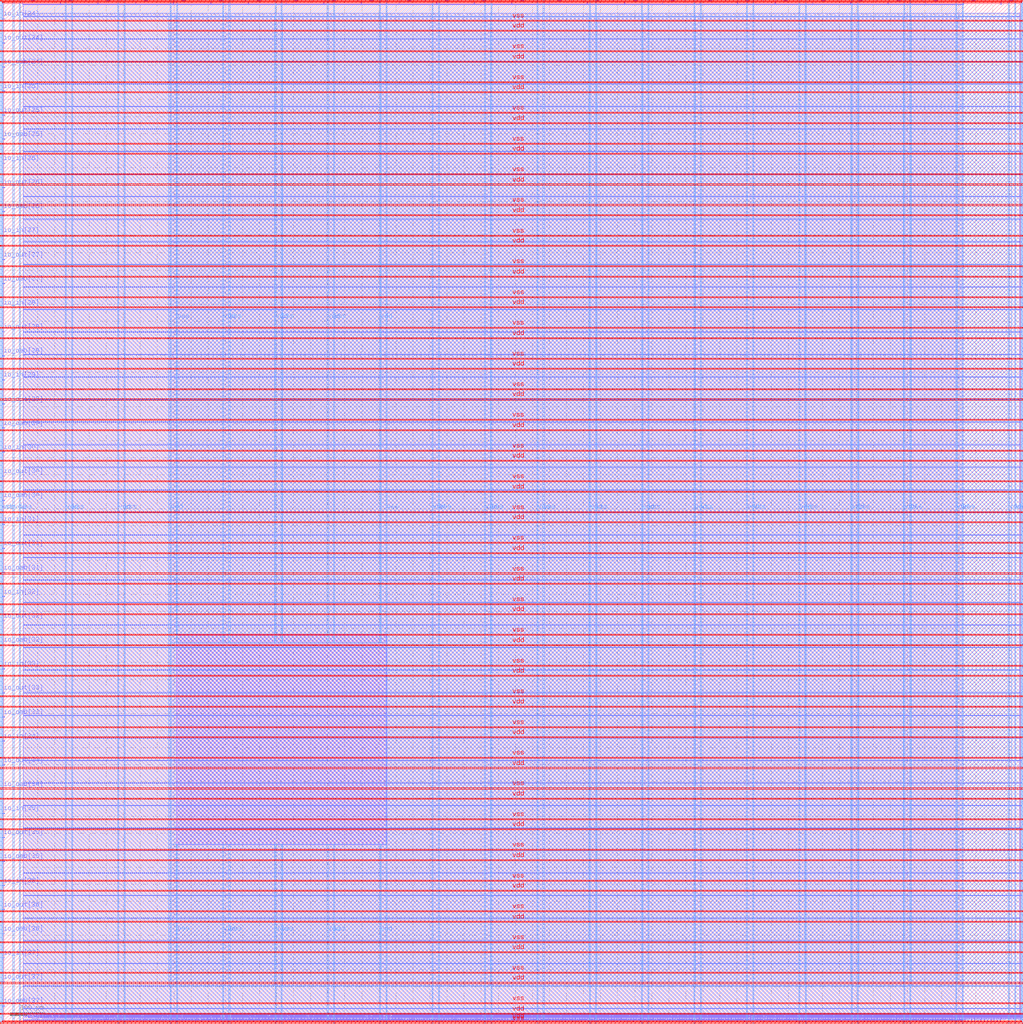
<source format=lef>
VERSION 5.7 ;
  NOWIREEXTENSIONATPIN ON ;
  DIVIDERCHAR "/" ;
  BUSBITCHARS "[]" ;
MACRO user_project_wrapper
  CLASS BLOCK ;
  FOREIGN user_project_wrapper ;
  ORIGIN 0.000 0.000 ;
  SIZE 2980.200 BY 2980.200 ;
  PIN io_in[0]
    DIRECTION INPUT ;
    USE SIGNAL ;
    PORT
      LAYER Metal3 ;
        RECT 2977.800 35.560 2985.000 36.680 ;
    END
  END io_in[0]
  PIN io_in[10]
    DIRECTION INPUT ;
    USE SIGNAL ;
    PORT
      LAYER Metal3 ;
        RECT 2977.800 2017.960 2985.000 2019.080 ;
    END
  END io_in[10]
  PIN io_in[11]
    DIRECTION INPUT ;
    USE SIGNAL ;
    PORT
      LAYER Metal3 ;
        RECT 2977.800 2216.200 2985.000 2217.320 ;
    END
  END io_in[11]
  PIN io_in[12]
    DIRECTION INPUT ;
    USE SIGNAL ;
    PORT
      LAYER Metal3 ;
        RECT 2977.800 2414.440 2985.000 2415.560 ;
    END
  END io_in[12]
  PIN io_in[13]
    DIRECTION INPUT ;
    USE SIGNAL ;
    PORT
      LAYER Metal3 ;
        RECT 2977.800 2612.680 2985.000 2613.800 ;
    END
  END io_in[13]
  PIN io_in[14]
    DIRECTION INPUT ;
    USE SIGNAL ;
    PORT
      LAYER Metal3 ;
        RECT 2977.800 2810.920 2985.000 2812.040 ;
    END
  END io_in[14]
  PIN io_in[15]
    DIRECTION INPUT ;
    USE SIGNAL ;
    PORT
      LAYER Metal2 ;
        RECT 2923.480 2977.800 2924.600 2985.000 ;
    END
  END io_in[15]
  PIN io_in[16]
    DIRECTION INPUT ;
    USE SIGNAL ;
    PORT
      LAYER Metal2 ;
        RECT 2592.520 2977.800 2593.640 2985.000 ;
    END
  END io_in[16]
  PIN io_in[17]
    DIRECTION INPUT ;
    USE SIGNAL ;
    PORT
      LAYER Metal2 ;
        RECT 2261.560 2977.800 2262.680 2985.000 ;
    END
  END io_in[17]
  PIN io_in[18]
    DIRECTION INPUT ;
    USE SIGNAL ;
    PORT
      LAYER Metal2 ;
        RECT 1930.600 2977.800 1931.720 2985.000 ;
    END
  END io_in[18]
  PIN io_in[19]
    DIRECTION INPUT ;
    USE SIGNAL ;
    PORT
      LAYER Metal2 ;
        RECT 1599.640 2977.800 1600.760 2985.000 ;
    END
  END io_in[19]
  PIN io_in[1]
    DIRECTION INPUT ;
    USE SIGNAL ;
    PORT
      LAYER Metal3 ;
        RECT 2977.800 233.800 2985.000 234.920 ;
    END
  END io_in[1]
  PIN io_in[20]
    DIRECTION INPUT ;
    USE SIGNAL ;
    PORT
      LAYER Metal2 ;
        RECT 1268.680 2977.800 1269.800 2985.000 ;
    END
  END io_in[20]
  PIN io_in[21]
    DIRECTION INPUT ;
    USE SIGNAL ;
    PORT
      LAYER Metal2 ;
        RECT 937.720 2977.800 938.840 2985.000 ;
    END
  END io_in[21]
  PIN io_in[22]
    DIRECTION INPUT ;
    USE SIGNAL ;
    PORT
      LAYER Metal2 ;
        RECT 606.760 2977.800 607.880 2985.000 ;
    END
  END io_in[22]
  PIN io_in[23]
    DIRECTION INPUT ;
    USE SIGNAL ;
    PORT
      LAYER Metal2 ;
        RECT 275.800 2977.800 276.920 2985.000 ;
    END
  END io_in[23]
  PIN io_in[24]
    DIRECTION INPUT ;
    USE SIGNAL ;
    PORT
      LAYER Metal3 ;
        RECT -4.800 2935.800 2.400 2936.920 ;
    END
  END io_in[24]
  PIN io_in[25]
    DIRECTION INPUT ;
    USE SIGNAL ;
    PORT
      LAYER Metal3 ;
        RECT -4.800 2724.120 2.400 2725.240 ;
    END
  END io_in[25]
  PIN io_in[26]
    DIRECTION INPUT ;
    USE SIGNAL ;
    PORT
      LAYER Metal3 ;
        RECT -4.800 2512.440 2.400 2513.560 ;
    END
  END io_in[26]
  PIN io_in[27]
    DIRECTION INPUT ;
    USE SIGNAL ;
    PORT
      LAYER Metal3 ;
        RECT -4.800 2300.760 2.400 2301.880 ;
    END
  END io_in[27]
  PIN io_in[28]
    DIRECTION INPUT ;
    USE SIGNAL ;
    PORT
      LAYER Metal3 ;
        RECT -4.800 2089.080 2.400 2090.200 ;
    END
  END io_in[28]
  PIN io_in[29]
    DIRECTION INPUT ;
    USE SIGNAL ;
    PORT
      LAYER Metal3 ;
        RECT -4.800 1877.400 2.400 1878.520 ;
    END
  END io_in[29]
  PIN io_in[2]
    DIRECTION INPUT ;
    USE SIGNAL ;
    PORT
      LAYER Metal3 ;
        RECT 2977.800 432.040 2985.000 433.160 ;
    END
  END io_in[2]
  PIN io_in[30]
    DIRECTION INPUT ;
    USE SIGNAL ;
    PORT
      LAYER Metal3 ;
        RECT -4.800 1665.720 2.400 1666.840 ;
    END
  END io_in[30]
  PIN io_in[31]
    DIRECTION INPUT ;
    USE SIGNAL ;
    PORT
      LAYER Metal3 ;
        RECT -4.800 1454.040 2.400 1455.160 ;
    END
  END io_in[31]
  PIN io_in[32]
    DIRECTION INPUT ;
    USE SIGNAL ;
    PORT
      LAYER Metal3 ;
        RECT -4.800 1242.360 2.400 1243.480 ;
    END
  END io_in[32]
  PIN io_in[33]
    DIRECTION INPUT ;
    USE SIGNAL ;
    PORT
      LAYER Metal3 ;
        RECT -4.800 1030.680 2.400 1031.800 ;
    END
  END io_in[33]
  PIN io_in[34]
    DIRECTION INPUT ;
    USE SIGNAL ;
    PORT
      LAYER Metal3 ;
        RECT -4.800 819.000 2.400 820.120 ;
    END
  END io_in[34]
  PIN io_in[35]
    DIRECTION INPUT ;
    USE SIGNAL ;
    PORT
      LAYER Metal3 ;
        RECT -4.800 607.320 2.400 608.440 ;
    END
  END io_in[35]
  PIN io_in[36]
    DIRECTION INPUT ;
    USE SIGNAL ;
    PORT
      LAYER Metal3 ;
        RECT -4.800 395.640 2.400 396.760 ;
    END
  END io_in[36]
  PIN io_in[37]
    DIRECTION INPUT ;
    USE SIGNAL ;
    PORT
      LAYER Metal3 ;
        RECT -4.800 183.960 2.400 185.080 ;
    END
  END io_in[37]
  PIN io_in[3]
    DIRECTION INPUT ;
    USE SIGNAL ;
    PORT
      LAYER Metal3 ;
        RECT 2977.800 630.280 2985.000 631.400 ;
    END
  END io_in[3]
  PIN io_in[4]
    DIRECTION INPUT ;
    USE SIGNAL ;
    PORT
      LAYER Metal3 ;
        RECT 2977.800 828.520 2985.000 829.640 ;
    END
  END io_in[4]
  PIN io_in[5]
    DIRECTION INPUT ;
    USE SIGNAL ;
    PORT
      LAYER Metal3 ;
        RECT 2977.800 1026.760 2985.000 1027.880 ;
    END
  END io_in[5]
  PIN io_in[6]
    DIRECTION INPUT ;
    USE SIGNAL ;
    PORT
      LAYER Metal3 ;
        RECT 2977.800 1225.000 2985.000 1226.120 ;
    END
  END io_in[6]
  PIN io_in[7]
    DIRECTION INPUT ;
    USE SIGNAL ;
    PORT
      LAYER Metal3 ;
        RECT 2977.800 1423.240 2985.000 1424.360 ;
    END
  END io_in[7]
  PIN io_in[8]
    DIRECTION INPUT ;
    USE SIGNAL ;
    PORT
      LAYER Metal3 ;
        RECT 2977.800 1621.480 2985.000 1622.600 ;
    END
  END io_in[8]
  PIN io_in[9]
    DIRECTION INPUT ;
    USE SIGNAL ;
    PORT
      LAYER Metal3 ;
        RECT 2977.800 1819.720 2985.000 1820.840 ;
    END
  END io_in[9]
  PIN io_oeb[0]
    DIRECTION OUTPUT TRISTATE ;
    USE SIGNAL ;
    PORT
      LAYER Metal3 ;
        RECT 2977.800 167.720 2985.000 168.840 ;
    END
  END io_oeb[0]
  PIN io_oeb[10]
    DIRECTION OUTPUT TRISTATE ;
    USE SIGNAL ;
    PORT
      LAYER Metal3 ;
        RECT 2977.800 2150.120 2985.000 2151.240 ;
    END
  END io_oeb[10]
  PIN io_oeb[11]
    DIRECTION OUTPUT TRISTATE ;
    USE SIGNAL ;
    PORT
      LAYER Metal3 ;
        RECT 2977.800 2348.360 2985.000 2349.480 ;
    END
  END io_oeb[11]
  PIN io_oeb[12]
    DIRECTION OUTPUT TRISTATE ;
    USE SIGNAL ;
    PORT
      LAYER Metal3 ;
        RECT 2977.800 2546.600 2985.000 2547.720 ;
    END
  END io_oeb[12]
  PIN io_oeb[13]
    DIRECTION OUTPUT TRISTATE ;
    USE SIGNAL ;
    PORT
      LAYER Metal3 ;
        RECT 2977.800 2744.840 2985.000 2745.960 ;
    END
  END io_oeb[13]
  PIN io_oeb[14]
    DIRECTION OUTPUT TRISTATE ;
    USE SIGNAL ;
    PORT
      LAYER Metal3 ;
        RECT 2977.800 2943.080 2985.000 2944.200 ;
    END
  END io_oeb[14]
  PIN io_oeb[15]
    DIRECTION OUTPUT TRISTATE ;
    USE SIGNAL ;
    PORT
      LAYER Metal2 ;
        RECT 2702.840 2977.800 2703.960 2985.000 ;
    END
  END io_oeb[15]
  PIN io_oeb[16]
    DIRECTION OUTPUT TRISTATE ;
    USE SIGNAL ;
    PORT
      LAYER Metal2 ;
        RECT 2371.880 2977.800 2373.000 2985.000 ;
    END
  END io_oeb[16]
  PIN io_oeb[17]
    DIRECTION OUTPUT TRISTATE ;
    USE SIGNAL ;
    PORT
      LAYER Metal2 ;
        RECT 2040.920 2977.800 2042.040 2985.000 ;
    END
  END io_oeb[17]
  PIN io_oeb[18]
    DIRECTION OUTPUT TRISTATE ;
    USE SIGNAL ;
    PORT
      LAYER Metal2 ;
        RECT 1709.960 2977.800 1711.080 2985.000 ;
    END
  END io_oeb[18]
  PIN io_oeb[19]
    DIRECTION OUTPUT TRISTATE ;
    USE SIGNAL ;
    PORT
      LAYER Metal2 ;
        RECT 1379.000 2977.800 1380.120 2985.000 ;
    END
  END io_oeb[19]
  PIN io_oeb[1]
    DIRECTION OUTPUT TRISTATE ;
    USE SIGNAL ;
    PORT
      LAYER Metal3 ;
        RECT 2977.800 365.960 2985.000 367.080 ;
    END
  END io_oeb[1]
  PIN io_oeb[20]
    DIRECTION OUTPUT TRISTATE ;
    USE SIGNAL ;
    PORT
      LAYER Metal2 ;
        RECT 1048.040 2977.800 1049.160 2985.000 ;
    END
  END io_oeb[20]
  PIN io_oeb[21]
    DIRECTION OUTPUT TRISTATE ;
    USE SIGNAL ;
    PORT
      LAYER Metal2 ;
        RECT 717.080 2977.800 718.200 2985.000 ;
    END
  END io_oeb[21]
  PIN io_oeb[22]
    DIRECTION OUTPUT TRISTATE ;
    USE SIGNAL ;
    PORT
      LAYER Metal2 ;
        RECT 386.120 2977.800 387.240 2985.000 ;
    END
  END io_oeb[22]
  PIN io_oeb[23]
    DIRECTION OUTPUT TRISTATE ;
    USE SIGNAL ;
    PORT
      LAYER Metal2 ;
        RECT 55.160 2977.800 56.280 2985.000 ;
    END
  END io_oeb[23]
  PIN io_oeb[24]
    DIRECTION OUTPUT TRISTATE ;
    USE SIGNAL ;
    PORT
      LAYER Metal3 ;
        RECT -4.800 2794.680 2.400 2795.800 ;
    END
  END io_oeb[24]
  PIN io_oeb[25]
    DIRECTION OUTPUT TRISTATE ;
    USE SIGNAL ;
    PORT
      LAYER Metal3 ;
        RECT -4.800 2583.000 2.400 2584.120 ;
    END
  END io_oeb[25]
  PIN io_oeb[26]
    DIRECTION OUTPUT TRISTATE ;
    USE SIGNAL ;
    PORT
      LAYER Metal3 ;
        RECT -4.800 2371.320 2.400 2372.440 ;
    END
  END io_oeb[26]
  PIN io_oeb[27]
    DIRECTION OUTPUT TRISTATE ;
    USE SIGNAL ;
    PORT
      LAYER Metal3 ;
        RECT -4.800 2159.640 2.400 2160.760 ;
    END
  END io_oeb[27]
  PIN io_oeb[28]
    DIRECTION OUTPUT TRISTATE ;
    USE SIGNAL ;
    PORT
      LAYER Metal3 ;
        RECT -4.800 1947.960 2.400 1949.080 ;
    END
  END io_oeb[28]
  PIN io_oeb[29]
    DIRECTION OUTPUT TRISTATE ;
    USE SIGNAL ;
    PORT
      LAYER Metal3 ;
        RECT -4.800 1736.280 2.400 1737.400 ;
    END
  END io_oeb[29]
  PIN io_oeb[2]
    DIRECTION OUTPUT TRISTATE ;
    USE SIGNAL ;
    PORT
      LAYER Metal3 ;
        RECT 2977.800 564.200 2985.000 565.320 ;
    END
  END io_oeb[2]
  PIN io_oeb[30]
    DIRECTION OUTPUT TRISTATE ;
    USE SIGNAL ;
    PORT
      LAYER Metal3 ;
        RECT -4.800 1524.600 2.400 1525.720 ;
    END
  END io_oeb[30]
  PIN io_oeb[31]
    DIRECTION OUTPUT TRISTATE ;
    USE SIGNAL ;
    PORT
      LAYER Metal3 ;
        RECT -4.800 1312.920 2.400 1314.040 ;
    END
  END io_oeb[31]
  PIN io_oeb[32]
    DIRECTION OUTPUT TRISTATE ;
    USE SIGNAL ;
    PORT
      LAYER Metal3 ;
        RECT -4.800 1101.240 2.400 1102.360 ;
    END
  END io_oeb[32]
  PIN io_oeb[33]
    DIRECTION OUTPUT TRISTATE ;
    USE SIGNAL ;
    PORT
      LAYER Metal3 ;
        RECT -4.800 889.560 2.400 890.680 ;
    END
  END io_oeb[33]
  PIN io_oeb[34]
    DIRECTION OUTPUT TRISTATE ;
    USE SIGNAL ;
    PORT
      LAYER Metal3 ;
        RECT -4.800 677.880 2.400 679.000 ;
    END
  END io_oeb[34]
  PIN io_oeb[35]
    DIRECTION OUTPUT TRISTATE ;
    USE SIGNAL ;
    PORT
      LAYER Metal3 ;
        RECT -4.800 466.200 2.400 467.320 ;
    END
  END io_oeb[35]
  PIN io_oeb[36]
    DIRECTION OUTPUT TRISTATE ;
    USE SIGNAL ;
    PORT
      LAYER Metal3 ;
        RECT -4.800 254.520 2.400 255.640 ;
    END
  END io_oeb[36]
  PIN io_oeb[37]
    DIRECTION OUTPUT TRISTATE ;
    USE SIGNAL ;
    PORT
      LAYER Metal3 ;
        RECT -4.800 42.840 2.400 43.960 ;
    END
  END io_oeb[37]
  PIN io_oeb[3]
    DIRECTION OUTPUT TRISTATE ;
    USE SIGNAL ;
    PORT
      LAYER Metal3 ;
        RECT 2977.800 762.440 2985.000 763.560 ;
    END
  END io_oeb[3]
  PIN io_oeb[4]
    DIRECTION OUTPUT TRISTATE ;
    USE SIGNAL ;
    PORT
      LAYER Metal3 ;
        RECT 2977.800 960.680 2985.000 961.800 ;
    END
  END io_oeb[4]
  PIN io_oeb[5]
    DIRECTION OUTPUT TRISTATE ;
    USE SIGNAL ;
    PORT
      LAYER Metal3 ;
        RECT 2977.800 1158.920 2985.000 1160.040 ;
    END
  END io_oeb[5]
  PIN io_oeb[6]
    DIRECTION OUTPUT TRISTATE ;
    USE SIGNAL ;
    PORT
      LAYER Metal3 ;
        RECT 2977.800 1357.160 2985.000 1358.280 ;
    END
  END io_oeb[6]
  PIN io_oeb[7]
    DIRECTION OUTPUT TRISTATE ;
    USE SIGNAL ;
    PORT
      LAYER Metal3 ;
        RECT 2977.800 1555.400 2985.000 1556.520 ;
    END
  END io_oeb[7]
  PIN io_oeb[8]
    DIRECTION OUTPUT TRISTATE ;
    USE SIGNAL ;
    PORT
      LAYER Metal3 ;
        RECT 2977.800 1753.640 2985.000 1754.760 ;
    END
  END io_oeb[8]
  PIN io_oeb[9]
    DIRECTION OUTPUT TRISTATE ;
    USE SIGNAL ;
    PORT
      LAYER Metal3 ;
        RECT 2977.800 1951.880 2985.000 1953.000 ;
    END
  END io_oeb[9]
  PIN io_out[0]
    DIRECTION OUTPUT TRISTATE ;
    USE SIGNAL ;
    PORT
      LAYER Metal3 ;
        RECT 2977.800 101.640 2985.000 102.760 ;
    END
  END io_out[0]
  PIN io_out[10]
    DIRECTION OUTPUT TRISTATE ;
    USE SIGNAL ;
    PORT
      LAYER Metal3 ;
        RECT 2977.800 2084.040 2985.000 2085.160 ;
    END
  END io_out[10]
  PIN io_out[11]
    DIRECTION OUTPUT TRISTATE ;
    USE SIGNAL ;
    PORT
      LAYER Metal3 ;
        RECT 2977.800 2282.280 2985.000 2283.400 ;
    END
  END io_out[11]
  PIN io_out[12]
    DIRECTION OUTPUT TRISTATE ;
    USE SIGNAL ;
    PORT
      LAYER Metal3 ;
        RECT 2977.800 2480.520 2985.000 2481.640 ;
    END
  END io_out[12]
  PIN io_out[13]
    DIRECTION OUTPUT TRISTATE ;
    USE SIGNAL ;
    PORT
      LAYER Metal3 ;
        RECT 2977.800 2678.760 2985.000 2679.880 ;
    END
  END io_out[13]
  PIN io_out[14]
    DIRECTION OUTPUT TRISTATE ;
    USE SIGNAL ;
    PORT
      LAYER Metal3 ;
        RECT 2977.800 2877.000 2985.000 2878.120 ;
    END
  END io_out[14]
  PIN io_out[15]
    DIRECTION OUTPUT TRISTATE ;
    USE SIGNAL ;
    PORT
      LAYER Metal2 ;
        RECT 2813.160 2977.800 2814.280 2985.000 ;
    END
  END io_out[15]
  PIN io_out[16]
    DIRECTION OUTPUT TRISTATE ;
    USE SIGNAL ;
    PORT
      LAYER Metal2 ;
        RECT 2482.200 2977.800 2483.320 2985.000 ;
    END
  END io_out[16]
  PIN io_out[17]
    DIRECTION OUTPUT TRISTATE ;
    USE SIGNAL ;
    PORT
      LAYER Metal2 ;
        RECT 2151.240 2977.800 2152.360 2985.000 ;
    END
  END io_out[17]
  PIN io_out[18]
    DIRECTION OUTPUT TRISTATE ;
    USE SIGNAL ;
    PORT
      LAYER Metal2 ;
        RECT 1820.280 2977.800 1821.400 2985.000 ;
    END
  END io_out[18]
  PIN io_out[19]
    DIRECTION OUTPUT TRISTATE ;
    USE SIGNAL ;
    PORT
      LAYER Metal2 ;
        RECT 1489.320 2977.800 1490.440 2985.000 ;
    END
  END io_out[19]
  PIN io_out[1]
    DIRECTION OUTPUT TRISTATE ;
    USE SIGNAL ;
    PORT
      LAYER Metal3 ;
        RECT 2977.800 299.880 2985.000 301.000 ;
    END
  END io_out[1]
  PIN io_out[20]
    DIRECTION OUTPUT TRISTATE ;
    USE SIGNAL ;
    PORT
      LAYER Metal2 ;
        RECT 1158.360 2977.800 1159.480 2985.000 ;
    END
  END io_out[20]
  PIN io_out[21]
    DIRECTION OUTPUT TRISTATE ;
    USE SIGNAL ;
    PORT
      LAYER Metal2 ;
        RECT 827.400 2977.800 828.520 2985.000 ;
    END
  END io_out[21]
  PIN io_out[22]
    DIRECTION OUTPUT TRISTATE ;
    USE SIGNAL ;
    PORT
      LAYER Metal2 ;
        RECT 496.440 2977.800 497.560 2985.000 ;
    END
  END io_out[22]
  PIN io_out[23]
    DIRECTION OUTPUT TRISTATE ;
    USE SIGNAL ;
    PORT
      LAYER Metal2 ;
        RECT 165.480 2977.800 166.600 2985.000 ;
    END
  END io_out[23]
  PIN io_out[24]
    DIRECTION OUTPUT TRISTATE ;
    USE SIGNAL ;
    PORT
      LAYER Metal3 ;
        RECT -4.800 2865.240 2.400 2866.360 ;
    END
  END io_out[24]
  PIN io_out[25]
    DIRECTION OUTPUT TRISTATE ;
    USE SIGNAL ;
    PORT
      LAYER Metal3 ;
        RECT -4.800 2653.560 2.400 2654.680 ;
    END
  END io_out[25]
  PIN io_out[26]
    DIRECTION OUTPUT TRISTATE ;
    USE SIGNAL ;
    PORT
      LAYER Metal3 ;
        RECT -4.800 2441.880 2.400 2443.000 ;
    END
  END io_out[26]
  PIN io_out[27]
    DIRECTION OUTPUT TRISTATE ;
    USE SIGNAL ;
    PORT
      LAYER Metal3 ;
        RECT -4.800 2230.200 2.400 2231.320 ;
    END
  END io_out[27]
  PIN io_out[28]
    DIRECTION OUTPUT TRISTATE ;
    USE SIGNAL ;
    PORT
      LAYER Metal3 ;
        RECT -4.800 2018.520 2.400 2019.640 ;
    END
  END io_out[28]
  PIN io_out[29]
    DIRECTION OUTPUT TRISTATE ;
    USE SIGNAL ;
    PORT
      LAYER Metal3 ;
        RECT -4.800 1806.840 2.400 1807.960 ;
    END
  END io_out[29]
  PIN io_out[2]
    DIRECTION OUTPUT TRISTATE ;
    USE SIGNAL ;
    PORT
      LAYER Metal3 ;
        RECT 2977.800 498.120 2985.000 499.240 ;
    END
  END io_out[2]
  PIN io_out[30]
    DIRECTION OUTPUT TRISTATE ;
    USE SIGNAL ;
    PORT
      LAYER Metal3 ;
        RECT -4.800 1595.160 2.400 1596.280 ;
    END
  END io_out[30]
  PIN io_out[31]
    DIRECTION OUTPUT TRISTATE ;
    USE SIGNAL ;
    PORT
      LAYER Metal3 ;
        RECT -4.800 1383.480 2.400 1384.600 ;
    END
  END io_out[31]
  PIN io_out[32]
    DIRECTION OUTPUT TRISTATE ;
    USE SIGNAL ;
    PORT
      LAYER Metal3 ;
        RECT -4.800 1171.800 2.400 1172.920 ;
    END
  END io_out[32]
  PIN io_out[33]
    DIRECTION OUTPUT TRISTATE ;
    USE SIGNAL ;
    PORT
      LAYER Metal3 ;
        RECT -4.800 960.120 2.400 961.240 ;
    END
  END io_out[33]
  PIN io_out[34]
    DIRECTION OUTPUT TRISTATE ;
    USE SIGNAL ;
    PORT
      LAYER Metal3 ;
        RECT -4.800 748.440 2.400 749.560 ;
    END
  END io_out[34]
  PIN io_out[35]
    DIRECTION OUTPUT TRISTATE ;
    USE SIGNAL ;
    PORT
      LAYER Metal3 ;
        RECT -4.800 536.760 2.400 537.880 ;
    END
  END io_out[35]
  PIN io_out[36]
    DIRECTION OUTPUT TRISTATE ;
    USE SIGNAL ;
    PORT
      LAYER Metal3 ;
        RECT -4.800 325.080 2.400 326.200 ;
    END
  END io_out[36]
  PIN io_out[37]
    DIRECTION OUTPUT TRISTATE ;
    USE SIGNAL ;
    PORT
      LAYER Metal3 ;
        RECT -4.800 113.400 2.400 114.520 ;
    END
  END io_out[37]
  PIN io_out[3]
    DIRECTION OUTPUT TRISTATE ;
    USE SIGNAL ;
    PORT
      LAYER Metal3 ;
        RECT 2977.800 696.360 2985.000 697.480 ;
    END
  END io_out[3]
  PIN io_out[4]
    DIRECTION OUTPUT TRISTATE ;
    USE SIGNAL ;
    PORT
      LAYER Metal3 ;
        RECT 2977.800 894.600 2985.000 895.720 ;
    END
  END io_out[4]
  PIN io_out[5]
    DIRECTION OUTPUT TRISTATE ;
    USE SIGNAL ;
    PORT
      LAYER Metal3 ;
        RECT 2977.800 1092.840 2985.000 1093.960 ;
    END
  END io_out[5]
  PIN io_out[6]
    DIRECTION OUTPUT TRISTATE ;
    USE SIGNAL ;
    PORT
      LAYER Metal3 ;
        RECT 2977.800 1291.080 2985.000 1292.200 ;
    END
  END io_out[6]
  PIN io_out[7]
    DIRECTION OUTPUT TRISTATE ;
    USE SIGNAL ;
    PORT
      LAYER Metal3 ;
        RECT 2977.800 1489.320 2985.000 1490.440 ;
    END
  END io_out[7]
  PIN io_out[8]
    DIRECTION OUTPUT TRISTATE ;
    USE SIGNAL ;
    PORT
      LAYER Metal3 ;
        RECT 2977.800 1687.560 2985.000 1688.680 ;
    END
  END io_out[8]
  PIN io_out[9]
    DIRECTION OUTPUT TRISTATE ;
    USE SIGNAL ;
    PORT
      LAYER Metal3 ;
        RECT 2977.800 1885.800 2985.000 1886.920 ;
    END
  END io_out[9]
  PIN la_data_in[0]
    DIRECTION INPUT ;
    USE SIGNAL ;
    PORT
      LAYER Metal2 ;
        RECT 1065.960 -4.800 1067.080 2.400 ;
    END
  END la_data_in[0]
  PIN la_data_in[10]
    DIRECTION INPUT ;
    USE SIGNAL ;
    PORT
      LAYER Metal2 ;
        RECT 1351.560 -4.800 1352.680 2.400 ;
    END
  END la_data_in[10]
  PIN la_data_in[11]
    DIRECTION INPUT ;
    USE SIGNAL ;
    PORT
      LAYER Metal2 ;
        RECT 1380.120 -4.800 1381.240 2.400 ;
    END
  END la_data_in[11]
  PIN la_data_in[12]
    DIRECTION INPUT ;
    USE SIGNAL ;
    PORT
      LAYER Metal2 ;
        RECT 1408.680 -4.800 1409.800 2.400 ;
    END
  END la_data_in[12]
  PIN la_data_in[13]
    DIRECTION INPUT ;
    USE SIGNAL ;
    PORT
      LAYER Metal2 ;
        RECT 1437.240 -4.800 1438.360 2.400 ;
    END
  END la_data_in[13]
  PIN la_data_in[14]
    DIRECTION INPUT ;
    USE SIGNAL ;
    PORT
      LAYER Metal2 ;
        RECT 1465.800 -4.800 1466.920 2.400 ;
    END
  END la_data_in[14]
  PIN la_data_in[15]
    DIRECTION INPUT ;
    USE SIGNAL ;
    PORT
      LAYER Metal2 ;
        RECT 1494.360 -4.800 1495.480 2.400 ;
    END
  END la_data_in[15]
  PIN la_data_in[16]
    DIRECTION INPUT ;
    USE SIGNAL ;
    PORT
      LAYER Metal2 ;
        RECT 1522.920 -4.800 1524.040 2.400 ;
    END
  END la_data_in[16]
  PIN la_data_in[17]
    DIRECTION INPUT ;
    USE SIGNAL ;
    PORT
      LAYER Metal2 ;
        RECT 1551.480 -4.800 1552.600 2.400 ;
    END
  END la_data_in[17]
  PIN la_data_in[18]
    DIRECTION INPUT ;
    USE SIGNAL ;
    PORT
      LAYER Metal2 ;
        RECT 1580.040 -4.800 1581.160 2.400 ;
    END
  END la_data_in[18]
  PIN la_data_in[19]
    DIRECTION INPUT ;
    USE SIGNAL ;
    PORT
      LAYER Metal2 ;
        RECT 1608.600 -4.800 1609.720 2.400 ;
    END
  END la_data_in[19]
  PIN la_data_in[1]
    DIRECTION INPUT ;
    USE SIGNAL ;
    PORT
      LAYER Metal2 ;
        RECT 1094.520 -4.800 1095.640 2.400 ;
    END
  END la_data_in[1]
  PIN la_data_in[20]
    DIRECTION INPUT ;
    USE SIGNAL ;
    PORT
      LAYER Metal2 ;
        RECT 1637.160 -4.800 1638.280 2.400 ;
    END
  END la_data_in[20]
  PIN la_data_in[21]
    DIRECTION INPUT ;
    USE SIGNAL ;
    PORT
      LAYER Metal2 ;
        RECT 1665.720 -4.800 1666.840 2.400 ;
    END
  END la_data_in[21]
  PIN la_data_in[22]
    DIRECTION INPUT ;
    USE SIGNAL ;
    PORT
      LAYER Metal2 ;
        RECT 1694.280 -4.800 1695.400 2.400 ;
    END
  END la_data_in[22]
  PIN la_data_in[23]
    DIRECTION INPUT ;
    USE SIGNAL ;
    PORT
      LAYER Metal2 ;
        RECT 1722.840 -4.800 1723.960 2.400 ;
    END
  END la_data_in[23]
  PIN la_data_in[24]
    DIRECTION INPUT ;
    USE SIGNAL ;
    PORT
      LAYER Metal2 ;
        RECT 1751.400 -4.800 1752.520 2.400 ;
    END
  END la_data_in[24]
  PIN la_data_in[25]
    DIRECTION INPUT ;
    USE SIGNAL ;
    PORT
      LAYER Metal2 ;
        RECT 1779.960 -4.800 1781.080 2.400 ;
    END
  END la_data_in[25]
  PIN la_data_in[26]
    DIRECTION INPUT ;
    USE SIGNAL ;
    PORT
      LAYER Metal2 ;
        RECT 1808.520 -4.800 1809.640 2.400 ;
    END
  END la_data_in[26]
  PIN la_data_in[27]
    DIRECTION INPUT ;
    USE SIGNAL ;
    PORT
      LAYER Metal2 ;
        RECT 1837.080 -4.800 1838.200 2.400 ;
    END
  END la_data_in[27]
  PIN la_data_in[28]
    DIRECTION INPUT ;
    USE SIGNAL ;
    PORT
      LAYER Metal2 ;
        RECT 1865.640 -4.800 1866.760 2.400 ;
    END
  END la_data_in[28]
  PIN la_data_in[29]
    DIRECTION INPUT ;
    USE SIGNAL ;
    PORT
      LAYER Metal2 ;
        RECT 1894.200 -4.800 1895.320 2.400 ;
    END
  END la_data_in[29]
  PIN la_data_in[2]
    DIRECTION INPUT ;
    USE SIGNAL ;
    PORT
      LAYER Metal2 ;
        RECT 1123.080 -4.800 1124.200 2.400 ;
    END
  END la_data_in[2]
  PIN la_data_in[30]
    DIRECTION INPUT ;
    USE SIGNAL ;
    PORT
      LAYER Metal2 ;
        RECT 1922.760 -4.800 1923.880 2.400 ;
    END
  END la_data_in[30]
  PIN la_data_in[31]
    DIRECTION INPUT ;
    USE SIGNAL ;
    PORT
      LAYER Metal2 ;
        RECT 1951.320 -4.800 1952.440 2.400 ;
    END
  END la_data_in[31]
  PIN la_data_in[32]
    DIRECTION INPUT ;
    USE SIGNAL ;
    PORT
      LAYER Metal2 ;
        RECT 1979.880 -4.800 1981.000 2.400 ;
    END
  END la_data_in[32]
  PIN la_data_in[33]
    DIRECTION INPUT ;
    USE SIGNAL ;
    PORT
      LAYER Metal2 ;
        RECT 2008.440 -4.800 2009.560 2.400 ;
    END
  END la_data_in[33]
  PIN la_data_in[34]
    DIRECTION INPUT ;
    USE SIGNAL ;
    PORT
      LAYER Metal2 ;
        RECT 2037.000 -4.800 2038.120 2.400 ;
    END
  END la_data_in[34]
  PIN la_data_in[35]
    DIRECTION INPUT ;
    USE SIGNAL ;
    PORT
      LAYER Metal2 ;
        RECT 2065.560 -4.800 2066.680 2.400 ;
    END
  END la_data_in[35]
  PIN la_data_in[36]
    DIRECTION INPUT ;
    USE SIGNAL ;
    PORT
      LAYER Metal2 ;
        RECT 2094.120 -4.800 2095.240 2.400 ;
    END
  END la_data_in[36]
  PIN la_data_in[37]
    DIRECTION INPUT ;
    USE SIGNAL ;
    PORT
      LAYER Metal2 ;
        RECT 2122.680 -4.800 2123.800 2.400 ;
    END
  END la_data_in[37]
  PIN la_data_in[38]
    DIRECTION INPUT ;
    USE SIGNAL ;
    PORT
      LAYER Metal2 ;
        RECT 2151.240 -4.800 2152.360 2.400 ;
    END
  END la_data_in[38]
  PIN la_data_in[39]
    DIRECTION INPUT ;
    USE SIGNAL ;
    PORT
      LAYER Metal2 ;
        RECT 2179.800 -4.800 2180.920 2.400 ;
    END
  END la_data_in[39]
  PIN la_data_in[3]
    DIRECTION INPUT ;
    USE SIGNAL ;
    PORT
      LAYER Metal2 ;
        RECT 1151.640 -4.800 1152.760 2.400 ;
    END
  END la_data_in[3]
  PIN la_data_in[40]
    DIRECTION INPUT ;
    USE SIGNAL ;
    PORT
      LAYER Metal2 ;
        RECT 2208.360 -4.800 2209.480 2.400 ;
    END
  END la_data_in[40]
  PIN la_data_in[41]
    DIRECTION INPUT ;
    USE SIGNAL ;
    PORT
      LAYER Metal2 ;
        RECT 2236.920 -4.800 2238.040 2.400 ;
    END
  END la_data_in[41]
  PIN la_data_in[42]
    DIRECTION INPUT ;
    USE SIGNAL ;
    PORT
      LAYER Metal2 ;
        RECT 2265.480 -4.800 2266.600 2.400 ;
    END
  END la_data_in[42]
  PIN la_data_in[43]
    DIRECTION INPUT ;
    USE SIGNAL ;
    PORT
      LAYER Metal2 ;
        RECT 2294.040 -4.800 2295.160 2.400 ;
    END
  END la_data_in[43]
  PIN la_data_in[44]
    DIRECTION INPUT ;
    USE SIGNAL ;
    PORT
      LAYER Metal2 ;
        RECT 2322.600 -4.800 2323.720 2.400 ;
    END
  END la_data_in[44]
  PIN la_data_in[45]
    DIRECTION INPUT ;
    USE SIGNAL ;
    PORT
      LAYER Metal2 ;
        RECT 2351.160 -4.800 2352.280 2.400 ;
    END
  END la_data_in[45]
  PIN la_data_in[46]
    DIRECTION INPUT ;
    USE SIGNAL ;
    PORT
      LAYER Metal2 ;
        RECT 2379.720 -4.800 2380.840 2.400 ;
    END
  END la_data_in[46]
  PIN la_data_in[47]
    DIRECTION INPUT ;
    USE SIGNAL ;
    PORT
      LAYER Metal2 ;
        RECT 2408.280 -4.800 2409.400 2.400 ;
    END
  END la_data_in[47]
  PIN la_data_in[48]
    DIRECTION INPUT ;
    USE SIGNAL ;
    PORT
      LAYER Metal2 ;
        RECT 2436.840 -4.800 2437.960 2.400 ;
    END
  END la_data_in[48]
  PIN la_data_in[49]
    DIRECTION INPUT ;
    USE SIGNAL ;
    PORT
      LAYER Metal2 ;
        RECT 2465.400 -4.800 2466.520 2.400 ;
    END
  END la_data_in[49]
  PIN la_data_in[4]
    DIRECTION INPUT ;
    USE SIGNAL ;
    PORT
      LAYER Metal2 ;
        RECT 1180.200 -4.800 1181.320 2.400 ;
    END
  END la_data_in[4]
  PIN la_data_in[50]
    DIRECTION INPUT ;
    USE SIGNAL ;
    PORT
      LAYER Metal2 ;
        RECT 2493.960 -4.800 2495.080 2.400 ;
    END
  END la_data_in[50]
  PIN la_data_in[51]
    DIRECTION INPUT ;
    USE SIGNAL ;
    PORT
      LAYER Metal2 ;
        RECT 2522.520 -4.800 2523.640 2.400 ;
    END
  END la_data_in[51]
  PIN la_data_in[52]
    DIRECTION INPUT ;
    USE SIGNAL ;
    PORT
      LAYER Metal2 ;
        RECT 2551.080 -4.800 2552.200 2.400 ;
    END
  END la_data_in[52]
  PIN la_data_in[53]
    DIRECTION INPUT ;
    USE SIGNAL ;
    PORT
      LAYER Metal2 ;
        RECT 2579.640 -4.800 2580.760 2.400 ;
    END
  END la_data_in[53]
  PIN la_data_in[54]
    DIRECTION INPUT ;
    USE SIGNAL ;
    PORT
      LAYER Metal2 ;
        RECT 2608.200 -4.800 2609.320 2.400 ;
    END
  END la_data_in[54]
  PIN la_data_in[55]
    DIRECTION INPUT ;
    USE SIGNAL ;
    PORT
      LAYER Metal2 ;
        RECT 2636.760 -4.800 2637.880 2.400 ;
    END
  END la_data_in[55]
  PIN la_data_in[56]
    DIRECTION INPUT ;
    USE SIGNAL ;
    PORT
      LAYER Metal2 ;
        RECT 2665.320 -4.800 2666.440 2.400 ;
    END
  END la_data_in[56]
  PIN la_data_in[57]
    DIRECTION INPUT ;
    USE SIGNAL ;
    PORT
      LAYER Metal2 ;
        RECT 2693.880 -4.800 2695.000 2.400 ;
    END
  END la_data_in[57]
  PIN la_data_in[58]
    DIRECTION INPUT ;
    USE SIGNAL ;
    PORT
      LAYER Metal2 ;
        RECT 2722.440 -4.800 2723.560 2.400 ;
    END
  END la_data_in[58]
  PIN la_data_in[59]
    DIRECTION INPUT ;
    USE SIGNAL ;
    PORT
      LAYER Metal2 ;
        RECT 2751.000 -4.800 2752.120 2.400 ;
    END
  END la_data_in[59]
  PIN la_data_in[5]
    DIRECTION INPUT ;
    USE SIGNAL ;
    PORT
      LAYER Metal2 ;
        RECT 1208.760 -4.800 1209.880 2.400 ;
    END
  END la_data_in[5]
  PIN la_data_in[60]
    DIRECTION INPUT ;
    USE SIGNAL ;
    PORT
      LAYER Metal2 ;
        RECT 2779.560 -4.800 2780.680 2.400 ;
    END
  END la_data_in[60]
  PIN la_data_in[61]
    DIRECTION INPUT ;
    USE SIGNAL ;
    PORT
      LAYER Metal2 ;
        RECT 2808.120 -4.800 2809.240 2.400 ;
    END
  END la_data_in[61]
  PIN la_data_in[62]
    DIRECTION INPUT ;
    USE SIGNAL ;
    PORT
      LAYER Metal2 ;
        RECT 2836.680 -4.800 2837.800 2.400 ;
    END
  END la_data_in[62]
  PIN la_data_in[63]
    DIRECTION INPUT ;
    USE SIGNAL ;
    PORT
      LAYER Metal2 ;
        RECT 2865.240 -4.800 2866.360 2.400 ;
    END
  END la_data_in[63]
  PIN la_data_in[6]
    DIRECTION INPUT ;
    USE SIGNAL ;
    PORT
      LAYER Metal2 ;
        RECT 1237.320 -4.800 1238.440 2.400 ;
    END
  END la_data_in[6]
  PIN la_data_in[7]
    DIRECTION INPUT ;
    USE SIGNAL ;
    PORT
      LAYER Metal2 ;
        RECT 1265.880 -4.800 1267.000 2.400 ;
    END
  END la_data_in[7]
  PIN la_data_in[8]
    DIRECTION INPUT ;
    USE SIGNAL ;
    PORT
      LAYER Metal2 ;
        RECT 1294.440 -4.800 1295.560 2.400 ;
    END
  END la_data_in[8]
  PIN la_data_in[9]
    DIRECTION INPUT ;
    USE SIGNAL ;
    PORT
      LAYER Metal2 ;
        RECT 1323.000 -4.800 1324.120 2.400 ;
    END
  END la_data_in[9]
  PIN la_data_out[0]
    DIRECTION OUTPUT TRISTATE ;
    USE SIGNAL ;
    PORT
      LAYER Metal2 ;
        RECT 1075.480 -4.800 1076.600 2.400 ;
    END
  END la_data_out[0]
  PIN la_data_out[10]
    DIRECTION OUTPUT TRISTATE ;
    USE SIGNAL ;
    PORT
      LAYER Metal2 ;
        RECT 1361.080 -4.800 1362.200 2.400 ;
    END
  END la_data_out[10]
  PIN la_data_out[11]
    DIRECTION OUTPUT TRISTATE ;
    USE SIGNAL ;
    PORT
      LAYER Metal2 ;
        RECT 1389.640 -4.800 1390.760 2.400 ;
    END
  END la_data_out[11]
  PIN la_data_out[12]
    DIRECTION OUTPUT TRISTATE ;
    USE SIGNAL ;
    PORT
      LAYER Metal2 ;
        RECT 1418.200 -4.800 1419.320 2.400 ;
    END
  END la_data_out[12]
  PIN la_data_out[13]
    DIRECTION OUTPUT TRISTATE ;
    USE SIGNAL ;
    PORT
      LAYER Metal2 ;
        RECT 1446.760 -4.800 1447.880 2.400 ;
    END
  END la_data_out[13]
  PIN la_data_out[14]
    DIRECTION OUTPUT TRISTATE ;
    USE SIGNAL ;
    PORT
      LAYER Metal2 ;
        RECT 1475.320 -4.800 1476.440 2.400 ;
    END
  END la_data_out[14]
  PIN la_data_out[15]
    DIRECTION OUTPUT TRISTATE ;
    USE SIGNAL ;
    PORT
      LAYER Metal2 ;
        RECT 1503.880 -4.800 1505.000 2.400 ;
    END
  END la_data_out[15]
  PIN la_data_out[16]
    DIRECTION OUTPUT TRISTATE ;
    USE SIGNAL ;
    PORT
      LAYER Metal2 ;
        RECT 1532.440 -4.800 1533.560 2.400 ;
    END
  END la_data_out[16]
  PIN la_data_out[17]
    DIRECTION OUTPUT TRISTATE ;
    USE SIGNAL ;
    PORT
      LAYER Metal2 ;
        RECT 1561.000 -4.800 1562.120 2.400 ;
    END
  END la_data_out[17]
  PIN la_data_out[18]
    DIRECTION OUTPUT TRISTATE ;
    USE SIGNAL ;
    PORT
      LAYER Metal2 ;
        RECT 1589.560 -4.800 1590.680 2.400 ;
    END
  END la_data_out[18]
  PIN la_data_out[19]
    DIRECTION OUTPUT TRISTATE ;
    USE SIGNAL ;
    PORT
      LAYER Metal2 ;
        RECT 1618.120 -4.800 1619.240 2.400 ;
    END
  END la_data_out[19]
  PIN la_data_out[1]
    DIRECTION OUTPUT TRISTATE ;
    USE SIGNAL ;
    PORT
      LAYER Metal2 ;
        RECT 1104.040 -4.800 1105.160 2.400 ;
    END
  END la_data_out[1]
  PIN la_data_out[20]
    DIRECTION OUTPUT TRISTATE ;
    USE SIGNAL ;
    PORT
      LAYER Metal2 ;
        RECT 1646.680 -4.800 1647.800 2.400 ;
    END
  END la_data_out[20]
  PIN la_data_out[21]
    DIRECTION OUTPUT TRISTATE ;
    USE SIGNAL ;
    PORT
      LAYER Metal2 ;
        RECT 1675.240 -4.800 1676.360 2.400 ;
    END
  END la_data_out[21]
  PIN la_data_out[22]
    DIRECTION OUTPUT TRISTATE ;
    USE SIGNAL ;
    PORT
      LAYER Metal2 ;
        RECT 1703.800 -4.800 1704.920 2.400 ;
    END
  END la_data_out[22]
  PIN la_data_out[23]
    DIRECTION OUTPUT TRISTATE ;
    USE SIGNAL ;
    PORT
      LAYER Metal2 ;
        RECT 1732.360 -4.800 1733.480 2.400 ;
    END
  END la_data_out[23]
  PIN la_data_out[24]
    DIRECTION OUTPUT TRISTATE ;
    USE SIGNAL ;
    PORT
      LAYER Metal2 ;
        RECT 1760.920 -4.800 1762.040 2.400 ;
    END
  END la_data_out[24]
  PIN la_data_out[25]
    DIRECTION OUTPUT TRISTATE ;
    USE SIGNAL ;
    PORT
      LAYER Metal2 ;
        RECT 1789.480 -4.800 1790.600 2.400 ;
    END
  END la_data_out[25]
  PIN la_data_out[26]
    DIRECTION OUTPUT TRISTATE ;
    USE SIGNAL ;
    PORT
      LAYER Metal2 ;
        RECT 1818.040 -4.800 1819.160 2.400 ;
    END
  END la_data_out[26]
  PIN la_data_out[27]
    DIRECTION OUTPUT TRISTATE ;
    USE SIGNAL ;
    PORT
      LAYER Metal2 ;
        RECT 1846.600 -4.800 1847.720 2.400 ;
    END
  END la_data_out[27]
  PIN la_data_out[28]
    DIRECTION OUTPUT TRISTATE ;
    USE SIGNAL ;
    PORT
      LAYER Metal2 ;
        RECT 1875.160 -4.800 1876.280 2.400 ;
    END
  END la_data_out[28]
  PIN la_data_out[29]
    DIRECTION OUTPUT TRISTATE ;
    USE SIGNAL ;
    PORT
      LAYER Metal2 ;
        RECT 1903.720 -4.800 1904.840 2.400 ;
    END
  END la_data_out[29]
  PIN la_data_out[2]
    DIRECTION OUTPUT TRISTATE ;
    USE SIGNAL ;
    PORT
      LAYER Metal2 ;
        RECT 1132.600 -4.800 1133.720 2.400 ;
    END
  END la_data_out[2]
  PIN la_data_out[30]
    DIRECTION OUTPUT TRISTATE ;
    USE SIGNAL ;
    PORT
      LAYER Metal2 ;
        RECT 1932.280 -4.800 1933.400 2.400 ;
    END
  END la_data_out[30]
  PIN la_data_out[31]
    DIRECTION OUTPUT TRISTATE ;
    USE SIGNAL ;
    PORT
      LAYER Metal2 ;
        RECT 1960.840 -4.800 1961.960 2.400 ;
    END
  END la_data_out[31]
  PIN la_data_out[32]
    DIRECTION OUTPUT TRISTATE ;
    USE SIGNAL ;
    PORT
      LAYER Metal2 ;
        RECT 1989.400 -4.800 1990.520 2.400 ;
    END
  END la_data_out[32]
  PIN la_data_out[33]
    DIRECTION OUTPUT TRISTATE ;
    USE SIGNAL ;
    PORT
      LAYER Metal2 ;
        RECT 2017.960 -4.800 2019.080 2.400 ;
    END
  END la_data_out[33]
  PIN la_data_out[34]
    DIRECTION OUTPUT TRISTATE ;
    USE SIGNAL ;
    PORT
      LAYER Metal2 ;
        RECT 2046.520 -4.800 2047.640 2.400 ;
    END
  END la_data_out[34]
  PIN la_data_out[35]
    DIRECTION OUTPUT TRISTATE ;
    USE SIGNAL ;
    PORT
      LAYER Metal2 ;
        RECT 2075.080 -4.800 2076.200 2.400 ;
    END
  END la_data_out[35]
  PIN la_data_out[36]
    DIRECTION OUTPUT TRISTATE ;
    USE SIGNAL ;
    PORT
      LAYER Metal2 ;
        RECT 2103.640 -4.800 2104.760 2.400 ;
    END
  END la_data_out[36]
  PIN la_data_out[37]
    DIRECTION OUTPUT TRISTATE ;
    USE SIGNAL ;
    PORT
      LAYER Metal2 ;
        RECT 2132.200 -4.800 2133.320 2.400 ;
    END
  END la_data_out[37]
  PIN la_data_out[38]
    DIRECTION OUTPUT TRISTATE ;
    USE SIGNAL ;
    PORT
      LAYER Metal2 ;
        RECT 2160.760 -4.800 2161.880 2.400 ;
    END
  END la_data_out[38]
  PIN la_data_out[39]
    DIRECTION OUTPUT TRISTATE ;
    USE SIGNAL ;
    PORT
      LAYER Metal2 ;
        RECT 2189.320 -4.800 2190.440 2.400 ;
    END
  END la_data_out[39]
  PIN la_data_out[3]
    DIRECTION OUTPUT TRISTATE ;
    USE SIGNAL ;
    PORT
      LAYER Metal2 ;
        RECT 1161.160 -4.800 1162.280 2.400 ;
    END
  END la_data_out[3]
  PIN la_data_out[40]
    DIRECTION OUTPUT TRISTATE ;
    USE SIGNAL ;
    PORT
      LAYER Metal2 ;
        RECT 2217.880 -4.800 2219.000 2.400 ;
    END
  END la_data_out[40]
  PIN la_data_out[41]
    DIRECTION OUTPUT TRISTATE ;
    USE SIGNAL ;
    PORT
      LAYER Metal2 ;
        RECT 2246.440 -4.800 2247.560 2.400 ;
    END
  END la_data_out[41]
  PIN la_data_out[42]
    DIRECTION OUTPUT TRISTATE ;
    USE SIGNAL ;
    PORT
      LAYER Metal2 ;
        RECT 2275.000 -4.800 2276.120 2.400 ;
    END
  END la_data_out[42]
  PIN la_data_out[43]
    DIRECTION OUTPUT TRISTATE ;
    USE SIGNAL ;
    PORT
      LAYER Metal2 ;
        RECT 2303.560 -4.800 2304.680 2.400 ;
    END
  END la_data_out[43]
  PIN la_data_out[44]
    DIRECTION OUTPUT TRISTATE ;
    USE SIGNAL ;
    PORT
      LAYER Metal2 ;
        RECT 2332.120 -4.800 2333.240 2.400 ;
    END
  END la_data_out[44]
  PIN la_data_out[45]
    DIRECTION OUTPUT TRISTATE ;
    USE SIGNAL ;
    PORT
      LAYER Metal2 ;
        RECT 2360.680 -4.800 2361.800 2.400 ;
    END
  END la_data_out[45]
  PIN la_data_out[46]
    DIRECTION OUTPUT TRISTATE ;
    USE SIGNAL ;
    PORT
      LAYER Metal2 ;
        RECT 2389.240 -4.800 2390.360 2.400 ;
    END
  END la_data_out[46]
  PIN la_data_out[47]
    DIRECTION OUTPUT TRISTATE ;
    USE SIGNAL ;
    PORT
      LAYER Metal2 ;
        RECT 2417.800 -4.800 2418.920 2.400 ;
    END
  END la_data_out[47]
  PIN la_data_out[48]
    DIRECTION OUTPUT TRISTATE ;
    USE SIGNAL ;
    PORT
      LAYER Metal2 ;
        RECT 2446.360 -4.800 2447.480 2.400 ;
    END
  END la_data_out[48]
  PIN la_data_out[49]
    DIRECTION OUTPUT TRISTATE ;
    USE SIGNAL ;
    PORT
      LAYER Metal2 ;
        RECT 2474.920 -4.800 2476.040 2.400 ;
    END
  END la_data_out[49]
  PIN la_data_out[4]
    DIRECTION OUTPUT TRISTATE ;
    USE SIGNAL ;
    PORT
      LAYER Metal2 ;
        RECT 1189.720 -4.800 1190.840 2.400 ;
    END
  END la_data_out[4]
  PIN la_data_out[50]
    DIRECTION OUTPUT TRISTATE ;
    USE SIGNAL ;
    PORT
      LAYER Metal2 ;
        RECT 2503.480 -4.800 2504.600 2.400 ;
    END
  END la_data_out[50]
  PIN la_data_out[51]
    DIRECTION OUTPUT TRISTATE ;
    USE SIGNAL ;
    PORT
      LAYER Metal2 ;
        RECT 2532.040 -4.800 2533.160 2.400 ;
    END
  END la_data_out[51]
  PIN la_data_out[52]
    DIRECTION OUTPUT TRISTATE ;
    USE SIGNAL ;
    PORT
      LAYER Metal2 ;
        RECT 2560.600 -4.800 2561.720 2.400 ;
    END
  END la_data_out[52]
  PIN la_data_out[53]
    DIRECTION OUTPUT TRISTATE ;
    USE SIGNAL ;
    PORT
      LAYER Metal2 ;
        RECT 2589.160 -4.800 2590.280 2.400 ;
    END
  END la_data_out[53]
  PIN la_data_out[54]
    DIRECTION OUTPUT TRISTATE ;
    USE SIGNAL ;
    PORT
      LAYER Metal2 ;
        RECT 2617.720 -4.800 2618.840 2.400 ;
    END
  END la_data_out[54]
  PIN la_data_out[55]
    DIRECTION OUTPUT TRISTATE ;
    USE SIGNAL ;
    PORT
      LAYER Metal2 ;
        RECT 2646.280 -4.800 2647.400 2.400 ;
    END
  END la_data_out[55]
  PIN la_data_out[56]
    DIRECTION OUTPUT TRISTATE ;
    USE SIGNAL ;
    PORT
      LAYER Metal2 ;
        RECT 2674.840 -4.800 2675.960 2.400 ;
    END
  END la_data_out[56]
  PIN la_data_out[57]
    DIRECTION OUTPUT TRISTATE ;
    USE SIGNAL ;
    PORT
      LAYER Metal2 ;
        RECT 2703.400 -4.800 2704.520 2.400 ;
    END
  END la_data_out[57]
  PIN la_data_out[58]
    DIRECTION OUTPUT TRISTATE ;
    USE SIGNAL ;
    PORT
      LAYER Metal2 ;
        RECT 2731.960 -4.800 2733.080 2.400 ;
    END
  END la_data_out[58]
  PIN la_data_out[59]
    DIRECTION OUTPUT TRISTATE ;
    USE SIGNAL ;
    PORT
      LAYER Metal2 ;
        RECT 2760.520 -4.800 2761.640 2.400 ;
    END
  END la_data_out[59]
  PIN la_data_out[5]
    DIRECTION OUTPUT TRISTATE ;
    USE SIGNAL ;
    PORT
      LAYER Metal2 ;
        RECT 1218.280 -4.800 1219.400 2.400 ;
    END
  END la_data_out[5]
  PIN la_data_out[60]
    DIRECTION OUTPUT TRISTATE ;
    USE SIGNAL ;
    PORT
      LAYER Metal2 ;
        RECT 2789.080 -4.800 2790.200 2.400 ;
    END
  END la_data_out[60]
  PIN la_data_out[61]
    DIRECTION OUTPUT TRISTATE ;
    USE SIGNAL ;
    PORT
      LAYER Metal2 ;
        RECT 2817.640 -4.800 2818.760 2.400 ;
    END
  END la_data_out[61]
  PIN la_data_out[62]
    DIRECTION OUTPUT TRISTATE ;
    USE SIGNAL ;
    PORT
      LAYER Metal2 ;
        RECT 2846.200 -4.800 2847.320 2.400 ;
    END
  END la_data_out[62]
  PIN la_data_out[63]
    DIRECTION OUTPUT TRISTATE ;
    USE SIGNAL ;
    PORT
      LAYER Metal2 ;
        RECT 2874.760 -4.800 2875.880 2.400 ;
    END
  END la_data_out[63]
  PIN la_data_out[6]
    DIRECTION OUTPUT TRISTATE ;
    USE SIGNAL ;
    PORT
      LAYER Metal2 ;
        RECT 1246.840 -4.800 1247.960 2.400 ;
    END
  END la_data_out[6]
  PIN la_data_out[7]
    DIRECTION OUTPUT TRISTATE ;
    USE SIGNAL ;
    PORT
      LAYER Metal2 ;
        RECT 1275.400 -4.800 1276.520 2.400 ;
    END
  END la_data_out[7]
  PIN la_data_out[8]
    DIRECTION OUTPUT TRISTATE ;
    USE SIGNAL ;
    PORT
      LAYER Metal2 ;
        RECT 1303.960 -4.800 1305.080 2.400 ;
    END
  END la_data_out[8]
  PIN la_data_out[9]
    DIRECTION OUTPUT TRISTATE ;
    USE SIGNAL ;
    PORT
      LAYER Metal2 ;
        RECT 1332.520 -4.800 1333.640 2.400 ;
    END
  END la_data_out[9]
  PIN la_oenb[0]
    DIRECTION INPUT ;
    USE SIGNAL ;
    PORT
      LAYER Metal2 ;
        RECT 1085.000 -4.800 1086.120 2.400 ;
    END
  END la_oenb[0]
  PIN la_oenb[10]
    DIRECTION INPUT ;
    USE SIGNAL ;
    PORT
      LAYER Metal2 ;
        RECT 1370.600 -4.800 1371.720 2.400 ;
    END
  END la_oenb[10]
  PIN la_oenb[11]
    DIRECTION INPUT ;
    USE SIGNAL ;
    PORT
      LAYER Metal2 ;
        RECT 1399.160 -4.800 1400.280 2.400 ;
    END
  END la_oenb[11]
  PIN la_oenb[12]
    DIRECTION INPUT ;
    USE SIGNAL ;
    PORT
      LAYER Metal2 ;
        RECT 1427.720 -4.800 1428.840 2.400 ;
    END
  END la_oenb[12]
  PIN la_oenb[13]
    DIRECTION INPUT ;
    USE SIGNAL ;
    PORT
      LAYER Metal2 ;
        RECT 1456.280 -4.800 1457.400 2.400 ;
    END
  END la_oenb[13]
  PIN la_oenb[14]
    DIRECTION INPUT ;
    USE SIGNAL ;
    PORT
      LAYER Metal2 ;
        RECT 1484.840 -4.800 1485.960 2.400 ;
    END
  END la_oenb[14]
  PIN la_oenb[15]
    DIRECTION INPUT ;
    USE SIGNAL ;
    PORT
      LAYER Metal2 ;
        RECT 1513.400 -4.800 1514.520 2.400 ;
    END
  END la_oenb[15]
  PIN la_oenb[16]
    DIRECTION INPUT ;
    USE SIGNAL ;
    PORT
      LAYER Metal2 ;
        RECT 1541.960 -4.800 1543.080 2.400 ;
    END
  END la_oenb[16]
  PIN la_oenb[17]
    DIRECTION INPUT ;
    USE SIGNAL ;
    PORT
      LAYER Metal2 ;
        RECT 1570.520 -4.800 1571.640 2.400 ;
    END
  END la_oenb[17]
  PIN la_oenb[18]
    DIRECTION INPUT ;
    USE SIGNAL ;
    PORT
      LAYER Metal2 ;
        RECT 1599.080 -4.800 1600.200 2.400 ;
    END
  END la_oenb[18]
  PIN la_oenb[19]
    DIRECTION INPUT ;
    USE SIGNAL ;
    PORT
      LAYER Metal2 ;
        RECT 1627.640 -4.800 1628.760 2.400 ;
    END
  END la_oenb[19]
  PIN la_oenb[1]
    DIRECTION INPUT ;
    USE SIGNAL ;
    PORT
      LAYER Metal2 ;
        RECT 1113.560 -4.800 1114.680 2.400 ;
    END
  END la_oenb[1]
  PIN la_oenb[20]
    DIRECTION INPUT ;
    USE SIGNAL ;
    PORT
      LAYER Metal2 ;
        RECT 1656.200 -4.800 1657.320 2.400 ;
    END
  END la_oenb[20]
  PIN la_oenb[21]
    DIRECTION INPUT ;
    USE SIGNAL ;
    PORT
      LAYER Metal2 ;
        RECT 1684.760 -4.800 1685.880 2.400 ;
    END
  END la_oenb[21]
  PIN la_oenb[22]
    DIRECTION INPUT ;
    USE SIGNAL ;
    PORT
      LAYER Metal2 ;
        RECT 1713.320 -4.800 1714.440 2.400 ;
    END
  END la_oenb[22]
  PIN la_oenb[23]
    DIRECTION INPUT ;
    USE SIGNAL ;
    PORT
      LAYER Metal2 ;
        RECT 1741.880 -4.800 1743.000 2.400 ;
    END
  END la_oenb[23]
  PIN la_oenb[24]
    DIRECTION INPUT ;
    USE SIGNAL ;
    PORT
      LAYER Metal2 ;
        RECT 1770.440 -4.800 1771.560 2.400 ;
    END
  END la_oenb[24]
  PIN la_oenb[25]
    DIRECTION INPUT ;
    USE SIGNAL ;
    PORT
      LAYER Metal2 ;
        RECT 1799.000 -4.800 1800.120 2.400 ;
    END
  END la_oenb[25]
  PIN la_oenb[26]
    DIRECTION INPUT ;
    USE SIGNAL ;
    PORT
      LAYER Metal2 ;
        RECT 1827.560 -4.800 1828.680 2.400 ;
    END
  END la_oenb[26]
  PIN la_oenb[27]
    DIRECTION INPUT ;
    USE SIGNAL ;
    PORT
      LAYER Metal2 ;
        RECT 1856.120 -4.800 1857.240 2.400 ;
    END
  END la_oenb[27]
  PIN la_oenb[28]
    DIRECTION INPUT ;
    USE SIGNAL ;
    PORT
      LAYER Metal2 ;
        RECT 1884.680 -4.800 1885.800 2.400 ;
    END
  END la_oenb[28]
  PIN la_oenb[29]
    DIRECTION INPUT ;
    USE SIGNAL ;
    PORT
      LAYER Metal2 ;
        RECT 1913.240 -4.800 1914.360 2.400 ;
    END
  END la_oenb[29]
  PIN la_oenb[2]
    DIRECTION INPUT ;
    USE SIGNAL ;
    PORT
      LAYER Metal2 ;
        RECT 1142.120 -4.800 1143.240 2.400 ;
    END
  END la_oenb[2]
  PIN la_oenb[30]
    DIRECTION INPUT ;
    USE SIGNAL ;
    PORT
      LAYER Metal2 ;
        RECT 1941.800 -4.800 1942.920 2.400 ;
    END
  END la_oenb[30]
  PIN la_oenb[31]
    DIRECTION INPUT ;
    USE SIGNAL ;
    PORT
      LAYER Metal2 ;
        RECT 1970.360 -4.800 1971.480 2.400 ;
    END
  END la_oenb[31]
  PIN la_oenb[32]
    DIRECTION INPUT ;
    USE SIGNAL ;
    PORT
      LAYER Metal2 ;
        RECT 1998.920 -4.800 2000.040 2.400 ;
    END
  END la_oenb[32]
  PIN la_oenb[33]
    DIRECTION INPUT ;
    USE SIGNAL ;
    PORT
      LAYER Metal2 ;
        RECT 2027.480 -4.800 2028.600 2.400 ;
    END
  END la_oenb[33]
  PIN la_oenb[34]
    DIRECTION INPUT ;
    USE SIGNAL ;
    PORT
      LAYER Metal2 ;
        RECT 2056.040 -4.800 2057.160 2.400 ;
    END
  END la_oenb[34]
  PIN la_oenb[35]
    DIRECTION INPUT ;
    USE SIGNAL ;
    PORT
      LAYER Metal2 ;
        RECT 2084.600 -4.800 2085.720 2.400 ;
    END
  END la_oenb[35]
  PIN la_oenb[36]
    DIRECTION INPUT ;
    USE SIGNAL ;
    PORT
      LAYER Metal2 ;
        RECT 2113.160 -4.800 2114.280 2.400 ;
    END
  END la_oenb[36]
  PIN la_oenb[37]
    DIRECTION INPUT ;
    USE SIGNAL ;
    PORT
      LAYER Metal2 ;
        RECT 2141.720 -4.800 2142.840 2.400 ;
    END
  END la_oenb[37]
  PIN la_oenb[38]
    DIRECTION INPUT ;
    USE SIGNAL ;
    PORT
      LAYER Metal2 ;
        RECT 2170.280 -4.800 2171.400 2.400 ;
    END
  END la_oenb[38]
  PIN la_oenb[39]
    DIRECTION INPUT ;
    USE SIGNAL ;
    PORT
      LAYER Metal2 ;
        RECT 2198.840 -4.800 2199.960 2.400 ;
    END
  END la_oenb[39]
  PIN la_oenb[3]
    DIRECTION INPUT ;
    USE SIGNAL ;
    PORT
      LAYER Metal2 ;
        RECT 1170.680 -4.800 1171.800 2.400 ;
    END
  END la_oenb[3]
  PIN la_oenb[40]
    DIRECTION INPUT ;
    USE SIGNAL ;
    PORT
      LAYER Metal2 ;
        RECT 2227.400 -4.800 2228.520 2.400 ;
    END
  END la_oenb[40]
  PIN la_oenb[41]
    DIRECTION INPUT ;
    USE SIGNAL ;
    PORT
      LAYER Metal2 ;
        RECT 2255.960 -4.800 2257.080 2.400 ;
    END
  END la_oenb[41]
  PIN la_oenb[42]
    DIRECTION INPUT ;
    USE SIGNAL ;
    PORT
      LAYER Metal2 ;
        RECT 2284.520 -4.800 2285.640 2.400 ;
    END
  END la_oenb[42]
  PIN la_oenb[43]
    DIRECTION INPUT ;
    USE SIGNAL ;
    PORT
      LAYER Metal2 ;
        RECT 2313.080 -4.800 2314.200 2.400 ;
    END
  END la_oenb[43]
  PIN la_oenb[44]
    DIRECTION INPUT ;
    USE SIGNAL ;
    PORT
      LAYER Metal2 ;
        RECT 2341.640 -4.800 2342.760 2.400 ;
    END
  END la_oenb[44]
  PIN la_oenb[45]
    DIRECTION INPUT ;
    USE SIGNAL ;
    PORT
      LAYER Metal2 ;
        RECT 2370.200 -4.800 2371.320 2.400 ;
    END
  END la_oenb[45]
  PIN la_oenb[46]
    DIRECTION INPUT ;
    USE SIGNAL ;
    PORT
      LAYER Metal2 ;
        RECT 2398.760 -4.800 2399.880 2.400 ;
    END
  END la_oenb[46]
  PIN la_oenb[47]
    DIRECTION INPUT ;
    USE SIGNAL ;
    PORT
      LAYER Metal2 ;
        RECT 2427.320 -4.800 2428.440 2.400 ;
    END
  END la_oenb[47]
  PIN la_oenb[48]
    DIRECTION INPUT ;
    USE SIGNAL ;
    PORT
      LAYER Metal2 ;
        RECT 2455.880 -4.800 2457.000 2.400 ;
    END
  END la_oenb[48]
  PIN la_oenb[49]
    DIRECTION INPUT ;
    USE SIGNAL ;
    PORT
      LAYER Metal2 ;
        RECT 2484.440 -4.800 2485.560 2.400 ;
    END
  END la_oenb[49]
  PIN la_oenb[4]
    DIRECTION INPUT ;
    USE SIGNAL ;
    PORT
      LAYER Metal2 ;
        RECT 1199.240 -4.800 1200.360 2.400 ;
    END
  END la_oenb[4]
  PIN la_oenb[50]
    DIRECTION INPUT ;
    USE SIGNAL ;
    PORT
      LAYER Metal2 ;
        RECT 2513.000 -4.800 2514.120 2.400 ;
    END
  END la_oenb[50]
  PIN la_oenb[51]
    DIRECTION INPUT ;
    USE SIGNAL ;
    PORT
      LAYER Metal2 ;
        RECT 2541.560 -4.800 2542.680 2.400 ;
    END
  END la_oenb[51]
  PIN la_oenb[52]
    DIRECTION INPUT ;
    USE SIGNAL ;
    PORT
      LAYER Metal2 ;
        RECT 2570.120 -4.800 2571.240 2.400 ;
    END
  END la_oenb[52]
  PIN la_oenb[53]
    DIRECTION INPUT ;
    USE SIGNAL ;
    PORT
      LAYER Metal2 ;
        RECT 2598.680 -4.800 2599.800 2.400 ;
    END
  END la_oenb[53]
  PIN la_oenb[54]
    DIRECTION INPUT ;
    USE SIGNAL ;
    PORT
      LAYER Metal2 ;
        RECT 2627.240 -4.800 2628.360 2.400 ;
    END
  END la_oenb[54]
  PIN la_oenb[55]
    DIRECTION INPUT ;
    USE SIGNAL ;
    PORT
      LAYER Metal2 ;
        RECT 2655.800 -4.800 2656.920 2.400 ;
    END
  END la_oenb[55]
  PIN la_oenb[56]
    DIRECTION INPUT ;
    USE SIGNAL ;
    PORT
      LAYER Metal2 ;
        RECT 2684.360 -4.800 2685.480 2.400 ;
    END
  END la_oenb[56]
  PIN la_oenb[57]
    DIRECTION INPUT ;
    USE SIGNAL ;
    PORT
      LAYER Metal2 ;
        RECT 2712.920 -4.800 2714.040 2.400 ;
    END
  END la_oenb[57]
  PIN la_oenb[58]
    DIRECTION INPUT ;
    USE SIGNAL ;
    PORT
      LAYER Metal2 ;
        RECT 2741.480 -4.800 2742.600 2.400 ;
    END
  END la_oenb[58]
  PIN la_oenb[59]
    DIRECTION INPUT ;
    USE SIGNAL ;
    PORT
      LAYER Metal2 ;
        RECT 2770.040 -4.800 2771.160 2.400 ;
    END
  END la_oenb[59]
  PIN la_oenb[5]
    DIRECTION INPUT ;
    USE SIGNAL ;
    PORT
      LAYER Metal2 ;
        RECT 1227.800 -4.800 1228.920 2.400 ;
    END
  END la_oenb[5]
  PIN la_oenb[60]
    DIRECTION INPUT ;
    USE SIGNAL ;
    PORT
      LAYER Metal2 ;
        RECT 2798.600 -4.800 2799.720 2.400 ;
    END
  END la_oenb[60]
  PIN la_oenb[61]
    DIRECTION INPUT ;
    USE SIGNAL ;
    PORT
      LAYER Metal2 ;
        RECT 2827.160 -4.800 2828.280 2.400 ;
    END
  END la_oenb[61]
  PIN la_oenb[62]
    DIRECTION INPUT ;
    USE SIGNAL ;
    PORT
      LAYER Metal2 ;
        RECT 2855.720 -4.800 2856.840 2.400 ;
    END
  END la_oenb[62]
  PIN la_oenb[63]
    DIRECTION INPUT ;
    USE SIGNAL ;
    PORT
      LAYER Metal2 ;
        RECT 2884.280 -4.800 2885.400 2.400 ;
    END
  END la_oenb[63]
  PIN la_oenb[6]
    DIRECTION INPUT ;
    USE SIGNAL ;
    PORT
      LAYER Metal2 ;
        RECT 1256.360 -4.800 1257.480 2.400 ;
    END
  END la_oenb[6]
  PIN la_oenb[7]
    DIRECTION INPUT ;
    USE SIGNAL ;
    PORT
      LAYER Metal2 ;
        RECT 1284.920 -4.800 1286.040 2.400 ;
    END
  END la_oenb[7]
  PIN la_oenb[8]
    DIRECTION INPUT ;
    USE SIGNAL ;
    PORT
      LAYER Metal2 ;
        RECT 1313.480 -4.800 1314.600 2.400 ;
    END
  END la_oenb[8]
  PIN la_oenb[9]
    DIRECTION INPUT ;
    USE SIGNAL ;
    PORT
      LAYER Metal2 ;
        RECT 1342.040 -4.800 1343.160 2.400 ;
    END
  END la_oenb[9]
  PIN user_clock2
    DIRECTION INPUT ;
    USE SIGNAL ;
    PORT
      LAYER Metal2 ;
        RECT 2893.800 -4.800 2894.920 2.400 ;
    END
  END user_clock2
  PIN user_irq[0]
    DIRECTION OUTPUT TRISTATE ;
    USE SIGNAL ;
    PORT
      LAYER Metal2 ;
        RECT 2903.320 -4.800 2904.440 2.400 ;
    END
  END user_irq[0]
  PIN user_irq[1]
    DIRECTION OUTPUT TRISTATE ;
    USE SIGNAL ;
    PORT
      LAYER Metal2 ;
        RECT 2912.840 -4.800 2913.960 2.400 ;
    END
  END user_irq[1]
  PIN user_irq[2]
    DIRECTION OUTPUT TRISTATE ;
    USE SIGNAL ;
    PORT
      LAYER Metal2 ;
        RECT 2922.360 -4.800 2923.480 2.400 ;
    END
  END user_irq[2]
  PIN vdd
    DIRECTION INOUT ;
    USE POWER ;
    PORT
      LAYER Metal4 ;
        RECT -4.780 -3.420 -1.680 2986.540 ;
    END
    PORT
      LAYER Metal5 ;
        RECT -4.780 -3.420 2985.100 -0.320 ;
    END
    PORT
      LAYER Metal5 ;
        RECT -4.780 2983.440 2985.100 2986.540 ;
    END
    PORT
      LAYER Metal4 ;
        RECT 2982.000 -3.420 2985.100 2986.540 ;
    END
    PORT
      LAYER Metal4 ;
        RECT 27.090 -8.220 30.190 2991.340 ;
    END
    PORT
      LAYER Metal4 ;
        RECT 180.690 -8.220 183.790 2991.340 ;
    END
    PORT
      LAYER Metal4 ;
        RECT 334.290 -8.220 337.390 2991.340 ;
    END
    PORT
      LAYER Metal4 ;
        RECT 487.890 -8.220 490.990 2991.340 ;
    END
    PORT
      LAYER Metal4 ;
        RECT 641.490 -8.220 644.590 516.970 ;
    END
    PORT
      LAYER Metal4 ;
        RECT 641.490 1107.430 644.590 2991.340 ;
    END
    PORT
      LAYER Metal4 ;
        RECT 795.090 -8.220 798.190 516.970 ;
    END
    PORT
      LAYER Metal4 ;
        RECT 795.090 1107.430 798.190 2991.340 ;
    END
    PORT
      LAYER Metal4 ;
        RECT 948.690 -8.220 951.790 516.970 ;
    END
    PORT
      LAYER Metal4 ;
        RECT 948.690 1107.430 951.790 2991.340 ;
    END
    PORT
      LAYER Metal4 ;
        RECT 1102.290 -8.220 1105.390 516.970 ;
    END
    PORT
      LAYER Metal4 ;
        RECT 1102.290 1107.430 1105.390 2991.340 ;
    END
    PORT
      LAYER Metal4 ;
        RECT 1255.890 -8.220 1258.990 2991.340 ;
    END
    PORT
      LAYER Metal4 ;
        RECT 1409.490 -8.220 1412.590 2991.340 ;
    END
    PORT
      LAYER Metal4 ;
        RECT 1563.090 -8.220 1566.190 2991.340 ;
    END
    PORT
      LAYER Metal4 ;
        RECT 1716.690 -8.220 1719.790 2991.340 ;
    END
    PORT
      LAYER Metal4 ;
        RECT 1870.290 -8.220 1873.390 2991.340 ;
    END
    PORT
      LAYER Metal4 ;
        RECT 2023.890 -8.220 2026.990 2991.340 ;
    END
    PORT
      LAYER Metal4 ;
        RECT 2177.490 -8.220 2180.590 2991.340 ;
    END
    PORT
      LAYER Metal4 ;
        RECT 2331.090 -8.220 2334.190 2991.340 ;
    END
    PORT
      LAYER Metal4 ;
        RECT 2484.690 -8.220 2487.790 2991.340 ;
    END
    PORT
      LAYER Metal4 ;
        RECT 2638.290 -8.220 2641.390 2991.340 ;
    END
    PORT
      LAYER Metal4 ;
        RECT 2791.890 -8.220 2794.990 2991.340 ;
    END
    PORT
      LAYER Metal4 ;
        RECT 2945.490 -8.220 2948.590 2991.340 ;
    END
    PORT
      LAYER Metal5 ;
        RECT -9.580 19.130 2989.900 22.230 ;
    END
    PORT
      LAYER Metal5 ;
        RECT -9.580 109.130 2989.900 112.230 ;
    END
    PORT
      LAYER Metal5 ;
        RECT -9.580 199.130 2989.900 202.230 ;
    END
    PORT
      LAYER Metal5 ;
        RECT -9.580 289.130 2989.900 292.230 ;
    END
    PORT
      LAYER Metal5 ;
        RECT -9.580 379.130 2989.900 382.230 ;
    END
    PORT
      LAYER Metal5 ;
        RECT -9.580 469.130 2989.900 472.230 ;
    END
    PORT
      LAYER Metal5 ;
        RECT -9.580 559.130 2989.900 562.230 ;
    END
    PORT
      LAYER Metal5 ;
        RECT -9.580 649.130 2989.900 652.230 ;
    END
    PORT
      LAYER Metal5 ;
        RECT -9.580 739.130 2989.900 742.230 ;
    END
    PORT
      LAYER Metal5 ;
        RECT -9.580 829.130 2989.900 832.230 ;
    END
    PORT
      LAYER Metal5 ;
        RECT -9.580 919.130 2989.900 922.230 ;
    END
    PORT
      LAYER Metal5 ;
        RECT -9.580 1009.130 2989.900 1012.230 ;
    END
    PORT
      LAYER Metal5 ;
        RECT -9.580 1099.130 2989.900 1102.230 ;
    END
    PORT
      LAYER Metal5 ;
        RECT -9.580 1189.130 2989.900 1192.230 ;
    END
    PORT
      LAYER Metal5 ;
        RECT -9.580 1279.130 2989.900 1282.230 ;
    END
    PORT
      LAYER Metal5 ;
        RECT -9.580 1369.130 2989.900 1372.230 ;
    END
    PORT
      LAYER Metal5 ;
        RECT -9.580 1459.130 2989.900 1462.230 ;
    END
    PORT
      LAYER Metal5 ;
        RECT -9.580 1549.130 2989.900 1552.230 ;
    END
    PORT
      LAYER Metal5 ;
        RECT -9.580 1639.130 2989.900 1642.230 ;
    END
    PORT
      LAYER Metal5 ;
        RECT -9.580 1729.130 2989.900 1732.230 ;
    END
    PORT
      LAYER Metal5 ;
        RECT -9.580 1819.130 2989.900 1822.230 ;
    END
    PORT
      LAYER Metal5 ;
        RECT -9.580 1909.130 2989.900 1912.230 ;
    END
    PORT
      LAYER Metal5 ;
        RECT -9.580 1999.130 2989.900 2002.230 ;
    END
    PORT
      LAYER Metal5 ;
        RECT -9.580 2089.130 2989.900 2092.230 ;
    END
    PORT
      LAYER Metal5 ;
        RECT -9.580 2179.130 2989.900 2182.230 ;
    END
    PORT
      LAYER Metal5 ;
        RECT -9.580 2269.130 2989.900 2272.230 ;
    END
    PORT
      LAYER Metal5 ;
        RECT -9.580 2359.130 2989.900 2362.230 ;
    END
    PORT
      LAYER Metal5 ;
        RECT -9.580 2449.130 2989.900 2452.230 ;
    END
    PORT
      LAYER Metal5 ;
        RECT -9.580 2539.130 2989.900 2542.230 ;
    END
    PORT
      LAYER Metal5 ;
        RECT -9.580 2629.130 2989.900 2632.230 ;
    END
    PORT
      LAYER Metal5 ;
        RECT -9.580 2719.130 2989.900 2722.230 ;
    END
    PORT
      LAYER Metal5 ;
        RECT -9.580 2809.130 2989.900 2812.230 ;
    END
    PORT
      LAYER Metal5 ;
        RECT -9.580 2899.130 2989.900 2902.230 ;
    END
  END vdd
  PIN vss
    DIRECTION INOUT ;
    USE GROUND ;
    PORT
      LAYER Metal4 ;
        RECT -9.580 -8.220 -6.480 2991.340 ;
    END
    PORT
      LAYER Metal5 ;
        RECT -9.580 -8.220 2989.900 -5.120 ;
    END
    PORT
      LAYER Metal5 ;
        RECT -9.580 2988.240 2989.900 2991.340 ;
    END
    PORT
      LAYER Metal4 ;
        RECT 2986.800 -8.220 2989.900 2991.340 ;
    END
    PORT
      LAYER Metal4 ;
        RECT 45.690 -8.220 48.790 2991.340 ;
    END
    PORT
      LAYER Metal4 ;
        RECT 199.290 -8.220 202.390 2991.340 ;
    END
    PORT
      LAYER Metal4 ;
        RECT 352.890 -8.220 355.990 2991.340 ;
    END
    PORT
      LAYER Metal4 ;
        RECT 506.490 -8.220 509.590 516.970 ;
    END
    PORT
      LAYER Metal4 ;
        RECT 506.490 1107.430 509.590 2991.340 ;
    END
    PORT
      LAYER Metal4 ;
        RECT 660.090 -8.220 663.190 516.970 ;
    END
    PORT
      LAYER Metal4 ;
        RECT 660.090 1107.430 663.190 2991.340 ;
    END
    PORT
      LAYER Metal4 ;
        RECT 813.690 -8.220 816.790 516.970 ;
    END
    PORT
      LAYER Metal4 ;
        RECT 813.690 1107.430 816.790 2991.340 ;
    END
    PORT
      LAYER Metal4 ;
        RECT 967.290 -8.220 970.390 516.970 ;
    END
    PORT
      LAYER Metal4 ;
        RECT 967.290 1107.430 970.390 2991.340 ;
    END
    PORT
      LAYER Metal4 ;
        RECT 1120.890 -8.220 1123.990 2991.340 ;
    END
    PORT
      LAYER Metal4 ;
        RECT 1274.490 -8.220 1277.590 2991.340 ;
    END
    PORT
      LAYER Metal4 ;
        RECT 1428.090 -8.220 1431.190 2991.340 ;
    END
    PORT
      LAYER Metal4 ;
        RECT 1581.690 -8.220 1584.790 2991.340 ;
    END
    PORT
      LAYER Metal4 ;
        RECT 1735.290 -8.220 1738.390 2991.340 ;
    END
    PORT
      LAYER Metal4 ;
        RECT 1888.890 -8.220 1891.990 2991.340 ;
    END
    PORT
      LAYER Metal4 ;
        RECT 2042.490 -8.220 2045.590 2991.340 ;
    END
    PORT
      LAYER Metal4 ;
        RECT 2196.090 -8.220 2199.190 2991.340 ;
    END
    PORT
      LAYER Metal4 ;
        RECT 2349.690 -8.220 2352.790 2991.340 ;
    END
    PORT
      LAYER Metal4 ;
        RECT 2503.290 -8.220 2506.390 2991.340 ;
    END
    PORT
      LAYER Metal4 ;
        RECT 2656.890 -8.220 2659.990 2991.340 ;
    END
    PORT
      LAYER Metal4 ;
        RECT 2810.490 -8.220 2813.590 2991.340 ;
    END
    PORT
      LAYER Metal4 ;
        RECT 2964.090 -8.220 2967.190 2991.340 ;
    END
    PORT
      LAYER Metal5 ;
        RECT -9.580 49.130 2989.900 52.230 ;
    END
    PORT
      LAYER Metal5 ;
        RECT -9.580 139.130 2989.900 142.230 ;
    END
    PORT
      LAYER Metal5 ;
        RECT -9.580 229.130 2989.900 232.230 ;
    END
    PORT
      LAYER Metal5 ;
        RECT -9.580 319.130 2989.900 322.230 ;
    END
    PORT
      LAYER Metal5 ;
        RECT -9.580 409.130 2989.900 412.230 ;
    END
    PORT
      LAYER Metal5 ;
        RECT -9.580 499.130 2989.900 502.230 ;
    END
    PORT
      LAYER Metal5 ;
        RECT -9.580 589.130 2989.900 592.230 ;
    END
    PORT
      LAYER Metal5 ;
        RECT -9.580 679.130 2989.900 682.230 ;
    END
    PORT
      LAYER Metal5 ;
        RECT -9.580 769.130 2989.900 772.230 ;
    END
    PORT
      LAYER Metal5 ;
        RECT -9.580 859.130 2989.900 862.230 ;
    END
    PORT
      LAYER Metal5 ;
        RECT -9.580 949.130 2989.900 952.230 ;
    END
    PORT
      LAYER Metal5 ;
        RECT -9.580 1039.130 2989.900 1042.230 ;
    END
    PORT
      LAYER Metal5 ;
        RECT -9.580 1129.130 2989.900 1132.230 ;
    END
    PORT
      LAYER Metal5 ;
        RECT -9.580 1219.130 2989.900 1222.230 ;
    END
    PORT
      LAYER Metal5 ;
        RECT -9.580 1309.130 2989.900 1312.230 ;
    END
    PORT
      LAYER Metal5 ;
        RECT -9.580 1399.130 2989.900 1402.230 ;
    END
    PORT
      LAYER Metal5 ;
        RECT -9.580 1489.130 2989.900 1492.230 ;
    END
    PORT
      LAYER Metal5 ;
        RECT -9.580 1579.130 2989.900 1582.230 ;
    END
    PORT
      LAYER Metal5 ;
        RECT -9.580 1669.130 2989.900 1672.230 ;
    END
    PORT
      LAYER Metal5 ;
        RECT -9.580 1759.130 2989.900 1762.230 ;
    END
    PORT
      LAYER Metal5 ;
        RECT -9.580 1849.130 2989.900 1852.230 ;
    END
    PORT
      LAYER Metal5 ;
        RECT -9.580 1939.130 2989.900 1942.230 ;
    END
    PORT
      LAYER Metal5 ;
        RECT -9.580 2029.130 2989.900 2032.230 ;
    END
    PORT
      LAYER Metal5 ;
        RECT -9.580 2119.130 2989.900 2122.230 ;
    END
    PORT
      LAYER Metal5 ;
        RECT -9.580 2209.130 2989.900 2212.230 ;
    END
    PORT
      LAYER Metal5 ;
        RECT -9.580 2299.130 2989.900 2302.230 ;
    END
    PORT
      LAYER Metal5 ;
        RECT -9.580 2389.130 2989.900 2392.230 ;
    END
    PORT
      LAYER Metal5 ;
        RECT -9.580 2479.130 2989.900 2482.230 ;
    END
    PORT
      LAYER Metal5 ;
        RECT -9.580 2569.130 2989.900 2572.230 ;
    END
    PORT
      LAYER Metal5 ;
        RECT -9.580 2659.130 2989.900 2662.230 ;
    END
    PORT
      LAYER Metal5 ;
        RECT -9.580 2749.130 2989.900 2752.230 ;
    END
    PORT
      LAYER Metal5 ;
        RECT -9.580 2839.130 2989.900 2842.230 ;
    END
    PORT
      LAYER Metal5 ;
        RECT -9.580 2929.130 2989.900 2932.230 ;
    END
  END vss
  PIN wb_clk_i
    DIRECTION INPUT ;
    USE SIGNAL ;
    PORT
      LAYER Metal2 ;
        RECT 56.840 -4.800 57.960 2.400 ;
    END
  END wb_clk_i
  PIN wb_rst_i
    DIRECTION INPUT ;
    USE SIGNAL ;
    PORT
      LAYER Metal2 ;
        RECT 66.360 -4.800 67.480 2.400 ;
    END
  END wb_rst_i
  PIN wbs_ack_o
    DIRECTION OUTPUT TRISTATE ;
    USE SIGNAL ;
    PORT
      LAYER Metal2 ;
        RECT 75.880 -4.800 77.000 2.400 ;
    END
  END wbs_ack_o
  PIN wbs_adr_i[0]
    DIRECTION INPUT ;
    USE SIGNAL ;
    PORT
      LAYER Metal2 ;
        RECT 113.960 -4.800 115.080 2.400 ;
    END
  END wbs_adr_i[0]
  PIN wbs_adr_i[10]
    DIRECTION INPUT ;
    USE SIGNAL ;
    PORT
      LAYER Metal2 ;
        RECT 437.640 -4.800 438.760 2.400 ;
    END
  END wbs_adr_i[10]
  PIN wbs_adr_i[11]
    DIRECTION INPUT ;
    USE SIGNAL ;
    PORT
      LAYER Metal2 ;
        RECT 466.200 -4.800 467.320 2.400 ;
    END
  END wbs_adr_i[11]
  PIN wbs_adr_i[12]
    DIRECTION INPUT ;
    USE SIGNAL ;
    PORT
      LAYER Metal2 ;
        RECT 494.760 -4.800 495.880 2.400 ;
    END
  END wbs_adr_i[12]
  PIN wbs_adr_i[13]
    DIRECTION INPUT ;
    USE SIGNAL ;
    PORT
      LAYER Metal2 ;
        RECT 523.320 -4.800 524.440 2.400 ;
    END
  END wbs_adr_i[13]
  PIN wbs_adr_i[14]
    DIRECTION INPUT ;
    USE SIGNAL ;
    PORT
      LAYER Metal2 ;
        RECT 551.880 -4.800 553.000 2.400 ;
    END
  END wbs_adr_i[14]
  PIN wbs_adr_i[15]
    DIRECTION INPUT ;
    USE SIGNAL ;
    PORT
      LAYER Metal2 ;
        RECT 580.440 -4.800 581.560 2.400 ;
    END
  END wbs_adr_i[15]
  PIN wbs_adr_i[16]
    DIRECTION INPUT ;
    USE SIGNAL ;
    PORT
      LAYER Metal2 ;
        RECT 609.000 -4.800 610.120 2.400 ;
    END
  END wbs_adr_i[16]
  PIN wbs_adr_i[17]
    DIRECTION INPUT ;
    USE SIGNAL ;
    PORT
      LAYER Metal2 ;
        RECT 637.560 -4.800 638.680 2.400 ;
    END
  END wbs_adr_i[17]
  PIN wbs_adr_i[18]
    DIRECTION INPUT ;
    USE SIGNAL ;
    PORT
      LAYER Metal2 ;
        RECT 666.120 -4.800 667.240 2.400 ;
    END
  END wbs_adr_i[18]
  PIN wbs_adr_i[19]
    DIRECTION INPUT ;
    USE SIGNAL ;
    PORT
      LAYER Metal2 ;
        RECT 694.680 -4.800 695.800 2.400 ;
    END
  END wbs_adr_i[19]
  PIN wbs_adr_i[1]
    DIRECTION INPUT ;
    USE SIGNAL ;
    PORT
      LAYER Metal2 ;
        RECT 152.040 -4.800 153.160 2.400 ;
    END
  END wbs_adr_i[1]
  PIN wbs_adr_i[20]
    DIRECTION INPUT ;
    USE SIGNAL ;
    PORT
      LAYER Metal2 ;
        RECT 723.240 -4.800 724.360 2.400 ;
    END
  END wbs_adr_i[20]
  PIN wbs_adr_i[21]
    DIRECTION INPUT ;
    USE SIGNAL ;
    PORT
      LAYER Metal2 ;
        RECT 751.800 -4.800 752.920 2.400 ;
    END
  END wbs_adr_i[21]
  PIN wbs_adr_i[22]
    DIRECTION INPUT ;
    USE SIGNAL ;
    PORT
      LAYER Metal2 ;
        RECT 780.360 -4.800 781.480 2.400 ;
    END
  END wbs_adr_i[22]
  PIN wbs_adr_i[23]
    DIRECTION INPUT ;
    USE SIGNAL ;
    PORT
      LAYER Metal2 ;
        RECT 808.920 -4.800 810.040 2.400 ;
    END
  END wbs_adr_i[23]
  PIN wbs_adr_i[24]
    DIRECTION INPUT ;
    USE SIGNAL ;
    PORT
      LAYER Metal2 ;
        RECT 837.480 -4.800 838.600 2.400 ;
    END
  END wbs_adr_i[24]
  PIN wbs_adr_i[25]
    DIRECTION INPUT ;
    USE SIGNAL ;
    PORT
      LAYER Metal2 ;
        RECT 866.040 -4.800 867.160 2.400 ;
    END
  END wbs_adr_i[25]
  PIN wbs_adr_i[26]
    DIRECTION INPUT ;
    USE SIGNAL ;
    PORT
      LAYER Metal2 ;
        RECT 894.600 -4.800 895.720 2.400 ;
    END
  END wbs_adr_i[26]
  PIN wbs_adr_i[27]
    DIRECTION INPUT ;
    USE SIGNAL ;
    PORT
      LAYER Metal2 ;
        RECT 923.160 -4.800 924.280 2.400 ;
    END
  END wbs_adr_i[27]
  PIN wbs_adr_i[28]
    DIRECTION INPUT ;
    USE SIGNAL ;
    PORT
      LAYER Metal2 ;
        RECT 951.720 -4.800 952.840 2.400 ;
    END
  END wbs_adr_i[28]
  PIN wbs_adr_i[29]
    DIRECTION INPUT ;
    USE SIGNAL ;
    PORT
      LAYER Metal2 ;
        RECT 980.280 -4.800 981.400 2.400 ;
    END
  END wbs_adr_i[29]
  PIN wbs_adr_i[2]
    DIRECTION INPUT ;
    USE SIGNAL ;
    PORT
      LAYER Metal2 ;
        RECT 190.120 -4.800 191.240 2.400 ;
    END
  END wbs_adr_i[2]
  PIN wbs_adr_i[30]
    DIRECTION INPUT ;
    USE SIGNAL ;
    PORT
      LAYER Metal2 ;
        RECT 1008.840 -4.800 1009.960 2.400 ;
    END
  END wbs_adr_i[30]
  PIN wbs_adr_i[31]
    DIRECTION INPUT ;
    USE SIGNAL ;
    PORT
      LAYER Metal2 ;
        RECT 1037.400 -4.800 1038.520 2.400 ;
    END
  END wbs_adr_i[31]
  PIN wbs_adr_i[3]
    DIRECTION INPUT ;
    USE SIGNAL ;
    PORT
      LAYER Metal2 ;
        RECT 228.200 -4.800 229.320 2.400 ;
    END
  END wbs_adr_i[3]
  PIN wbs_adr_i[4]
    DIRECTION INPUT ;
    USE SIGNAL ;
    PORT
      LAYER Metal2 ;
        RECT 266.280 -4.800 267.400 2.400 ;
    END
  END wbs_adr_i[4]
  PIN wbs_adr_i[5]
    DIRECTION INPUT ;
    USE SIGNAL ;
    PORT
      LAYER Metal2 ;
        RECT 294.840 -4.800 295.960 2.400 ;
    END
  END wbs_adr_i[5]
  PIN wbs_adr_i[6]
    DIRECTION INPUT ;
    USE SIGNAL ;
    PORT
      LAYER Metal2 ;
        RECT 323.400 -4.800 324.520 2.400 ;
    END
  END wbs_adr_i[6]
  PIN wbs_adr_i[7]
    DIRECTION INPUT ;
    USE SIGNAL ;
    PORT
      LAYER Metal2 ;
        RECT 351.960 -4.800 353.080 2.400 ;
    END
  END wbs_adr_i[7]
  PIN wbs_adr_i[8]
    DIRECTION INPUT ;
    USE SIGNAL ;
    PORT
      LAYER Metal2 ;
        RECT 380.520 -4.800 381.640 2.400 ;
    END
  END wbs_adr_i[8]
  PIN wbs_adr_i[9]
    DIRECTION INPUT ;
    USE SIGNAL ;
    PORT
      LAYER Metal2 ;
        RECT 409.080 -4.800 410.200 2.400 ;
    END
  END wbs_adr_i[9]
  PIN wbs_cyc_i
    DIRECTION INPUT ;
    USE SIGNAL ;
    PORT
      LAYER Metal2 ;
        RECT 85.400 -4.800 86.520 2.400 ;
    END
  END wbs_cyc_i
  PIN wbs_dat_i[0]
    DIRECTION INPUT ;
    USE SIGNAL ;
    PORT
      LAYER Metal2 ;
        RECT 123.480 -4.800 124.600 2.400 ;
    END
  END wbs_dat_i[0]
  PIN wbs_dat_i[10]
    DIRECTION INPUT ;
    USE SIGNAL ;
    PORT
      LAYER Metal2 ;
        RECT 447.160 -4.800 448.280 2.400 ;
    END
  END wbs_dat_i[10]
  PIN wbs_dat_i[11]
    DIRECTION INPUT ;
    USE SIGNAL ;
    PORT
      LAYER Metal2 ;
        RECT 475.720 -4.800 476.840 2.400 ;
    END
  END wbs_dat_i[11]
  PIN wbs_dat_i[12]
    DIRECTION INPUT ;
    USE SIGNAL ;
    PORT
      LAYER Metal2 ;
        RECT 504.280 -4.800 505.400 2.400 ;
    END
  END wbs_dat_i[12]
  PIN wbs_dat_i[13]
    DIRECTION INPUT ;
    USE SIGNAL ;
    PORT
      LAYER Metal2 ;
        RECT 532.840 -4.800 533.960 2.400 ;
    END
  END wbs_dat_i[13]
  PIN wbs_dat_i[14]
    DIRECTION INPUT ;
    USE SIGNAL ;
    PORT
      LAYER Metal2 ;
        RECT 561.400 -4.800 562.520 2.400 ;
    END
  END wbs_dat_i[14]
  PIN wbs_dat_i[15]
    DIRECTION INPUT ;
    USE SIGNAL ;
    PORT
      LAYER Metal2 ;
        RECT 589.960 -4.800 591.080 2.400 ;
    END
  END wbs_dat_i[15]
  PIN wbs_dat_i[16]
    DIRECTION INPUT ;
    USE SIGNAL ;
    PORT
      LAYER Metal2 ;
        RECT 618.520 -4.800 619.640 2.400 ;
    END
  END wbs_dat_i[16]
  PIN wbs_dat_i[17]
    DIRECTION INPUT ;
    USE SIGNAL ;
    PORT
      LAYER Metal2 ;
        RECT 647.080 -4.800 648.200 2.400 ;
    END
  END wbs_dat_i[17]
  PIN wbs_dat_i[18]
    DIRECTION INPUT ;
    USE SIGNAL ;
    PORT
      LAYER Metal2 ;
        RECT 675.640 -4.800 676.760 2.400 ;
    END
  END wbs_dat_i[18]
  PIN wbs_dat_i[19]
    DIRECTION INPUT ;
    USE SIGNAL ;
    PORT
      LAYER Metal2 ;
        RECT 704.200 -4.800 705.320 2.400 ;
    END
  END wbs_dat_i[19]
  PIN wbs_dat_i[1]
    DIRECTION INPUT ;
    USE SIGNAL ;
    PORT
      LAYER Metal2 ;
        RECT 161.560 -4.800 162.680 2.400 ;
    END
  END wbs_dat_i[1]
  PIN wbs_dat_i[20]
    DIRECTION INPUT ;
    USE SIGNAL ;
    PORT
      LAYER Metal2 ;
        RECT 732.760 -4.800 733.880 2.400 ;
    END
  END wbs_dat_i[20]
  PIN wbs_dat_i[21]
    DIRECTION INPUT ;
    USE SIGNAL ;
    PORT
      LAYER Metal2 ;
        RECT 761.320 -4.800 762.440 2.400 ;
    END
  END wbs_dat_i[21]
  PIN wbs_dat_i[22]
    DIRECTION INPUT ;
    USE SIGNAL ;
    PORT
      LAYER Metal2 ;
        RECT 789.880 -4.800 791.000 2.400 ;
    END
  END wbs_dat_i[22]
  PIN wbs_dat_i[23]
    DIRECTION INPUT ;
    USE SIGNAL ;
    PORT
      LAYER Metal2 ;
        RECT 818.440 -4.800 819.560 2.400 ;
    END
  END wbs_dat_i[23]
  PIN wbs_dat_i[24]
    DIRECTION INPUT ;
    USE SIGNAL ;
    PORT
      LAYER Metal2 ;
        RECT 847.000 -4.800 848.120 2.400 ;
    END
  END wbs_dat_i[24]
  PIN wbs_dat_i[25]
    DIRECTION INPUT ;
    USE SIGNAL ;
    PORT
      LAYER Metal2 ;
        RECT 875.560 -4.800 876.680 2.400 ;
    END
  END wbs_dat_i[25]
  PIN wbs_dat_i[26]
    DIRECTION INPUT ;
    USE SIGNAL ;
    PORT
      LAYER Metal2 ;
        RECT 904.120 -4.800 905.240 2.400 ;
    END
  END wbs_dat_i[26]
  PIN wbs_dat_i[27]
    DIRECTION INPUT ;
    USE SIGNAL ;
    PORT
      LAYER Metal2 ;
        RECT 932.680 -4.800 933.800 2.400 ;
    END
  END wbs_dat_i[27]
  PIN wbs_dat_i[28]
    DIRECTION INPUT ;
    USE SIGNAL ;
    PORT
      LAYER Metal2 ;
        RECT 961.240 -4.800 962.360 2.400 ;
    END
  END wbs_dat_i[28]
  PIN wbs_dat_i[29]
    DIRECTION INPUT ;
    USE SIGNAL ;
    PORT
      LAYER Metal2 ;
        RECT 989.800 -4.800 990.920 2.400 ;
    END
  END wbs_dat_i[29]
  PIN wbs_dat_i[2]
    DIRECTION INPUT ;
    USE SIGNAL ;
    PORT
      LAYER Metal2 ;
        RECT 199.640 -4.800 200.760 2.400 ;
    END
  END wbs_dat_i[2]
  PIN wbs_dat_i[30]
    DIRECTION INPUT ;
    USE SIGNAL ;
    PORT
      LAYER Metal2 ;
        RECT 1018.360 -4.800 1019.480 2.400 ;
    END
  END wbs_dat_i[30]
  PIN wbs_dat_i[31]
    DIRECTION INPUT ;
    USE SIGNAL ;
    PORT
      LAYER Metal2 ;
        RECT 1046.920 -4.800 1048.040 2.400 ;
    END
  END wbs_dat_i[31]
  PIN wbs_dat_i[3]
    DIRECTION INPUT ;
    USE SIGNAL ;
    PORT
      LAYER Metal2 ;
        RECT 237.720 -4.800 238.840 2.400 ;
    END
  END wbs_dat_i[3]
  PIN wbs_dat_i[4]
    DIRECTION INPUT ;
    USE SIGNAL ;
    PORT
      LAYER Metal2 ;
        RECT 275.800 -4.800 276.920 2.400 ;
    END
  END wbs_dat_i[4]
  PIN wbs_dat_i[5]
    DIRECTION INPUT ;
    USE SIGNAL ;
    PORT
      LAYER Metal2 ;
        RECT 304.360 -4.800 305.480 2.400 ;
    END
  END wbs_dat_i[5]
  PIN wbs_dat_i[6]
    DIRECTION INPUT ;
    USE SIGNAL ;
    PORT
      LAYER Metal2 ;
        RECT 332.920 -4.800 334.040 2.400 ;
    END
  END wbs_dat_i[6]
  PIN wbs_dat_i[7]
    DIRECTION INPUT ;
    USE SIGNAL ;
    PORT
      LAYER Metal2 ;
        RECT 361.480 -4.800 362.600 2.400 ;
    END
  END wbs_dat_i[7]
  PIN wbs_dat_i[8]
    DIRECTION INPUT ;
    USE SIGNAL ;
    PORT
      LAYER Metal2 ;
        RECT 390.040 -4.800 391.160 2.400 ;
    END
  END wbs_dat_i[8]
  PIN wbs_dat_i[9]
    DIRECTION INPUT ;
    USE SIGNAL ;
    PORT
      LAYER Metal2 ;
        RECT 418.600 -4.800 419.720 2.400 ;
    END
  END wbs_dat_i[9]
  PIN wbs_dat_o[0]
    DIRECTION OUTPUT TRISTATE ;
    USE SIGNAL ;
    PORT
      LAYER Metal2 ;
        RECT 133.000 -4.800 134.120 2.400 ;
    END
  END wbs_dat_o[0]
  PIN wbs_dat_o[10]
    DIRECTION OUTPUT TRISTATE ;
    USE SIGNAL ;
    PORT
      LAYER Metal2 ;
        RECT 456.680 -4.800 457.800 2.400 ;
    END
  END wbs_dat_o[10]
  PIN wbs_dat_o[11]
    DIRECTION OUTPUT TRISTATE ;
    USE SIGNAL ;
    PORT
      LAYER Metal2 ;
        RECT 485.240 -4.800 486.360 2.400 ;
    END
  END wbs_dat_o[11]
  PIN wbs_dat_o[12]
    DIRECTION OUTPUT TRISTATE ;
    USE SIGNAL ;
    PORT
      LAYER Metal2 ;
        RECT 513.800 -4.800 514.920 2.400 ;
    END
  END wbs_dat_o[12]
  PIN wbs_dat_o[13]
    DIRECTION OUTPUT TRISTATE ;
    USE SIGNAL ;
    PORT
      LAYER Metal2 ;
        RECT 542.360 -4.800 543.480 2.400 ;
    END
  END wbs_dat_o[13]
  PIN wbs_dat_o[14]
    DIRECTION OUTPUT TRISTATE ;
    USE SIGNAL ;
    PORT
      LAYER Metal2 ;
        RECT 570.920 -4.800 572.040 2.400 ;
    END
  END wbs_dat_o[14]
  PIN wbs_dat_o[15]
    DIRECTION OUTPUT TRISTATE ;
    USE SIGNAL ;
    PORT
      LAYER Metal2 ;
        RECT 599.480 -4.800 600.600 2.400 ;
    END
  END wbs_dat_o[15]
  PIN wbs_dat_o[16]
    DIRECTION OUTPUT TRISTATE ;
    USE SIGNAL ;
    PORT
      LAYER Metal2 ;
        RECT 628.040 -4.800 629.160 2.400 ;
    END
  END wbs_dat_o[16]
  PIN wbs_dat_o[17]
    DIRECTION OUTPUT TRISTATE ;
    USE SIGNAL ;
    PORT
      LAYER Metal2 ;
        RECT 656.600 -4.800 657.720 2.400 ;
    END
  END wbs_dat_o[17]
  PIN wbs_dat_o[18]
    DIRECTION OUTPUT TRISTATE ;
    USE SIGNAL ;
    PORT
      LAYER Metal2 ;
        RECT 685.160 -4.800 686.280 2.400 ;
    END
  END wbs_dat_o[18]
  PIN wbs_dat_o[19]
    DIRECTION OUTPUT TRISTATE ;
    USE SIGNAL ;
    PORT
      LAYER Metal2 ;
        RECT 713.720 -4.800 714.840 2.400 ;
    END
  END wbs_dat_o[19]
  PIN wbs_dat_o[1]
    DIRECTION OUTPUT TRISTATE ;
    USE SIGNAL ;
    PORT
      LAYER Metal2 ;
        RECT 171.080 -4.800 172.200 2.400 ;
    END
  END wbs_dat_o[1]
  PIN wbs_dat_o[20]
    DIRECTION OUTPUT TRISTATE ;
    USE SIGNAL ;
    PORT
      LAYER Metal2 ;
        RECT 742.280 -4.800 743.400 2.400 ;
    END
  END wbs_dat_o[20]
  PIN wbs_dat_o[21]
    DIRECTION OUTPUT TRISTATE ;
    USE SIGNAL ;
    PORT
      LAYER Metal2 ;
        RECT 770.840 -4.800 771.960 2.400 ;
    END
  END wbs_dat_o[21]
  PIN wbs_dat_o[22]
    DIRECTION OUTPUT TRISTATE ;
    USE SIGNAL ;
    PORT
      LAYER Metal2 ;
        RECT 799.400 -4.800 800.520 2.400 ;
    END
  END wbs_dat_o[22]
  PIN wbs_dat_o[23]
    DIRECTION OUTPUT TRISTATE ;
    USE SIGNAL ;
    PORT
      LAYER Metal2 ;
        RECT 827.960 -4.800 829.080 2.400 ;
    END
  END wbs_dat_o[23]
  PIN wbs_dat_o[24]
    DIRECTION OUTPUT TRISTATE ;
    USE SIGNAL ;
    PORT
      LAYER Metal2 ;
        RECT 856.520 -4.800 857.640 2.400 ;
    END
  END wbs_dat_o[24]
  PIN wbs_dat_o[25]
    DIRECTION OUTPUT TRISTATE ;
    USE SIGNAL ;
    PORT
      LAYER Metal2 ;
        RECT 885.080 -4.800 886.200 2.400 ;
    END
  END wbs_dat_o[25]
  PIN wbs_dat_o[26]
    DIRECTION OUTPUT TRISTATE ;
    USE SIGNAL ;
    PORT
      LAYER Metal2 ;
        RECT 913.640 -4.800 914.760 2.400 ;
    END
  END wbs_dat_o[26]
  PIN wbs_dat_o[27]
    DIRECTION OUTPUT TRISTATE ;
    USE SIGNAL ;
    PORT
      LAYER Metal2 ;
        RECT 942.200 -4.800 943.320 2.400 ;
    END
  END wbs_dat_o[27]
  PIN wbs_dat_o[28]
    DIRECTION OUTPUT TRISTATE ;
    USE SIGNAL ;
    PORT
      LAYER Metal2 ;
        RECT 970.760 -4.800 971.880 2.400 ;
    END
  END wbs_dat_o[28]
  PIN wbs_dat_o[29]
    DIRECTION OUTPUT TRISTATE ;
    USE SIGNAL ;
    PORT
      LAYER Metal2 ;
        RECT 999.320 -4.800 1000.440 2.400 ;
    END
  END wbs_dat_o[29]
  PIN wbs_dat_o[2]
    DIRECTION OUTPUT TRISTATE ;
    USE SIGNAL ;
    PORT
      LAYER Metal2 ;
        RECT 209.160 -4.800 210.280 2.400 ;
    END
  END wbs_dat_o[2]
  PIN wbs_dat_o[30]
    DIRECTION OUTPUT TRISTATE ;
    USE SIGNAL ;
    PORT
      LAYER Metal2 ;
        RECT 1027.880 -4.800 1029.000 2.400 ;
    END
  END wbs_dat_o[30]
  PIN wbs_dat_o[31]
    DIRECTION OUTPUT TRISTATE ;
    USE SIGNAL ;
    PORT
      LAYER Metal2 ;
        RECT 1056.440 -4.800 1057.560 2.400 ;
    END
  END wbs_dat_o[31]
  PIN wbs_dat_o[3]
    DIRECTION OUTPUT TRISTATE ;
    USE SIGNAL ;
    PORT
      LAYER Metal2 ;
        RECT 247.240 -4.800 248.360 2.400 ;
    END
  END wbs_dat_o[3]
  PIN wbs_dat_o[4]
    DIRECTION OUTPUT TRISTATE ;
    USE SIGNAL ;
    PORT
      LAYER Metal2 ;
        RECT 285.320 -4.800 286.440 2.400 ;
    END
  END wbs_dat_o[4]
  PIN wbs_dat_o[5]
    DIRECTION OUTPUT TRISTATE ;
    USE SIGNAL ;
    PORT
      LAYER Metal2 ;
        RECT 313.880 -4.800 315.000 2.400 ;
    END
  END wbs_dat_o[5]
  PIN wbs_dat_o[6]
    DIRECTION OUTPUT TRISTATE ;
    USE SIGNAL ;
    PORT
      LAYER Metal2 ;
        RECT 342.440 -4.800 343.560 2.400 ;
    END
  END wbs_dat_o[6]
  PIN wbs_dat_o[7]
    DIRECTION OUTPUT TRISTATE ;
    USE SIGNAL ;
    PORT
      LAYER Metal2 ;
        RECT 371.000 -4.800 372.120 2.400 ;
    END
  END wbs_dat_o[7]
  PIN wbs_dat_o[8]
    DIRECTION OUTPUT TRISTATE ;
    USE SIGNAL ;
    PORT
      LAYER Metal2 ;
        RECT 399.560 -4.800 400.680 2.400 ;
    END
  END wbs_dat_o[8]
  PIN wbs_dat_o[9]
    DIRECTION OUTPUT TRISTATE ;
    USE SIGNAL ;
    PORT
      LAYER Metal2 ;
        RECT 428.120 -4.800 429.240 2.400 ;
    END
  END wbs_dat_o[9]
  PIN wbs_sel_i[0]
    DIRECTION INPUT ;
    USE SIGNAL ;
    PORT
      LAYER Metal2 ;
        RECT 142.520 -4.800 143.640 2.400 ;
    END
  END wbs_sel_i[0]
  PIN wbs_sel_i[1]
    DIRECTION INPUT ;
    USE SIGNAL ;
    PORT
      LAYER Metal2 ;
        RECT 180.600 -4.800 181.720 2.400 ;
    END
  END wbs_sel_i[1]
  PIN wbs_sel_i[2]
    DIRECTION INPUT ;
    USE SIGNAL ;
    PORT
      LAYER Metal2 ;
        RECT 218.680 -4.800 219.800 2.400 ;
    END
  END wbs_sel_i[2]
  PIN wbs_sel_i[3]
    DIRECTION INPUT ;
    USE SIGNAL ;
    PORT
      LAYER Metal2 ;
        RECT 256.760 -4.800 257.880 2.400 ;
    END
  END wbs_sel_i[3]
  PIN wbs_stb_i
    DIRECTION INPUT ;
    USE SIGNAL ;
    PORT
      LAYER Metal2 ;
        RECT 94.920 -4.800 96.040 2.400 ;
    END
  END wbs_stb_i
  PIN wbs_we_i
    DIRECTION INPUT ;
    USE SIGNAL ;
    PORT
      LAYER Metal2 ;
        RECT 104.440 -4.800 105.560 2.400 ;
    END
  END wbs_we_i
  OBS
      LAYER Metal1 ;
        RECT 506.720 515.380 1122.720 1131.420 ;
      LAYER Metal2 ;
        RECT 56.700 2977.500 165.180 2978.360 ;
        RECT 166.900 2977.500 275.500 2978.360 ;
        RECT 277.220 2977.500 385.820 2978.360 ;
        RECT 387.540 2977.500 496.140 2978.360 ;
        RECT 497.860 2977.500 606.460 2978.360 ;
        RECT 608.180 2977.500 716.780 2978.360 ;
        RECT 718.500 2977.500 827.100 2978.360 ;
        RECT 828.820 2977.500 937.420 2978.360 ;
        RECT 939.140 2977.500 1047.740 2978.360 ;
        RECT 1049.460 2977.500 1158.060 2978.360 ;
        RECT 1159.780 2977.500 1268.380 2978.360 ;
        RECT 1270.100 2977.500 1378.700 2978.360 ;
        RECT 1380.420 2977.500 1489.020 2978.360 ;
        RECT 1490.740 2977.500 1599.340 2978.360 ;
        RECT 1601.060 2977.500 1709.660 2978.360 ;
        RECT 1711.380 2977.500 1819.980 2978.360 ;
        RECT 1821.700 2977.500 1930.300 2978.360 ;
        RECT 1932.020 2977.500 2040.620 2978.360 ;
        RECT 2042.340 2977.500 2150.940 2978.360 ;
        RECT 2152.660 2977.500 2261.260 2978.360 ;
        RECT 2262.980 2977.500 2371.580 2978.360 ;
        RECT 2373.300 2977.500 2481.900 2978.360 ;
        RECT 2483.620 2977.500 2592.220 2978.360 ;
        RECT 2593.940 2977.500 2702.540 2978.360 ;
        RECT 2704.260 2977.500 2812.860 2978.360 ;
        RECT 56.700 2.700 2813.300 2977.500 ;
        RECT 58.260 1.960 66.060 2.700 ;
        RECT 67.780 1.960 75.580 2.700 ;
        RECT 77.300 1.960 85.100 2.700 ;
        RECT 86.820 1.960 94.620 2.700 ;
        RECT 96.340 1.960 104.140 2.700 ;
        RECT 105.860 1.960 113.660 2.700 ;
        RECT 115.380 1.960 123.180 2.700 ;
        RECT 124.900 1.960 132.700 2.700 ;
        RECT 134.420 1.960 142.220 2.700 ;
        RECT 143.940 1.960 151.740 2.700 ;
        RECT 153.460 1.960 161.260 2.700 ;
        RECT 162.980 1.960 170.780 2.700 ;
        RECT 172.500 1.960 180.300 2.700 ;
        RECT 182.020 1.960 189.820 2.700 ;
        RECT 191.540 1.960 199.340 2.700 ;
        RECT 201.060 1.960 208.860 2.700 ;
        RECT 210.580 1.960 218.380 2.700 ;
        RECT 220.100 1.960 227.900 2.700 ;
        RECT 229.620 1.960 237.420 2.700 ;
        RECT 239.140 1.960 246.940 2.700 ;
        RECT 248.660 1.960 256.460 2.700 ;
        RECT 258.180 1.960 265.980 2.700 ;
        RECT 267.700 1.960 275.500 2.700 ;
        RECT 277.220 1.960 285.020 2.700 ;
        RECT 286.740 1.960 294.540 2.700 ;
        RECT 296.260 1.960 304.060 2.700 ;
        RECT 305.780 1.960 313.580 2.700 ;
        RECT 315.300 1.960 323.100 2.700 ;
        RECT 324.820 1.960 332.620 2.700 ;
        RECT 334.340 1.960 342.140 2.700 ;
        RECT 343.860 1.960 351.660 2.700 ;
        RECT 353.380 1.960 361.180 2.700 ;
        RECT 362.900 1.960 370.700 2.700 ;
        RECT 372.420 1.960 380.220 2.700 ;
        RECT 381.940 1.960 389.740 2.700 ;
        RECT 391.460 1.960 399.260 2.700 ;
        RECT 400.980 1.960 408.780 2.700 ;
        RECT 410.500 1.960 418.300 2.700 ;
        RECT 420.020 1.960 427.820 2.700 ;
        RECT 429.540 1.960 437.340 2.700 ;
        RECT 439.060 1.960 446.860 2.700 ;
        RECT 448.580 1.960 456.380 2.700 ;
        RECT 458.100 1.960 465.900 2.700 ;
        RECT 467.620 1.960 475.420 2.700 ;
        RECT 477.140 1.960 484.940 2.700 ;
        RECT 486.660 1.960 494.460 2.700 ;
        RECT 496.180 1.960 503.980 2.700 ;
        RECT 505.700 1.960 513.500 2.700 ;
        RECT 515.220 1.960 523.020 2.700 ;
        RECT 524.740 1.960 532.540 2.700 ;
        RECT 534.260 1.960 542.060 2.700 ;
        RECT 543.780 1.960 551.580 2.700 ;
        RECT 553.300 1.960 561.100 2.700 ;
        RECT 562.820 1.960 570.620 2.700 ;
        RECT 572.340 1.960 580.140 2.700 ;
        RECT 581.860 1.960 589.660 2.700 ;
        RECT 591.380 1.960 599.180 2.700 ;
        RECT 600.900 1.960 608.700 2.700 ;
        RECT 610.420 1.960 618.220 2.700 ;
        RECT 619.940 1.960 627.740 2.700 ;
        RECT 629.460 1.960 637.260 2.700 ;
        RECT 638.980 1.960 646.780 2.700 ;
        RECT 648.500 1.960 656.300 2.700 ;
        RECT 658.020 1.960 665.820 2.700 ;
        RECT 667.540 1.960 675.340 2.700 ;
        RECT 677.060 1.960 684.860 2.700 ;
        RECT 686.580 1.960 694.380 2.700 ;
        RECT 696.100 1.960 703.900 2.700 ;
        RECT 705.620 1.960 713.420 2.700 ;
        RECT 715.140 1.960 722.940 2.700 ;
        RECT 724.660 1.960 732.460 2.700 ;
        RECT 734.180 1.960 741.980 2.700 ;
        RECT 743.700 1.960 751.500 2.700 ;
        RECT 753.220 1.960 761.020 2.700 ;
        RECT 762.740 1.960 770.540 2.700 ;
        RECT 772.260 1.960 780.060 2.700 ;
        RECT 781.780 1.960 789.580 2.700 ;
        RECT 791.300 1.960 799.100 2.700 ;
        RECT 800.820 1.960 808.620 2.700 ;
        RECT 810.340 1.960 818.140 2.700 ;
        RECT 819.860 1.960 827.660 2.700 ;
        RECT 829.380 1.960 837.180 2.700 ;
        RECT 838.900 1.960 846.700 2.700 ;
        RECT 848.420 1.960 856.220 2.700 ;
        RECT 857.940 1.960 865.740 2.700 ;
        RECT 867.460 1.960 875.260 2.700 ;
        RECT 876.980 1.960 884.780 2.700 ;
        RECT 886.500 1.960 894.300 2.700 ;
        RECT 896.020 1.960 903.820 2.700 ;
        RECT 905.540 1.960 913.340 2.700 ;
        RECT 915.060 1.960 922.860 2.700 ;
        RECT 924.580 1.960 932.380 2.700 ;
        RECT 934.100 1.960 941.900 2.700 ;
        RECT 943.620 1.960 951.420 2.700 ;
        RECT 953.140 1.960 960.940 2.700 ;
        RECT 962.660 1.960 970.460 2.700 ;
        RECT 972.180 1.960 979.980 2.700 ;
        RECT 981.700 1.960 989.500 2.700 ;
        RECT 991.220 1.960 999.020 2.700 ;
        RECT 1000.740 1.960 1008.540 2.700 ;
        RECT 1010.260 1.960 1018.060 2.700 ;
        RECT 1019.780 1.960 1027.580 2.700 ;
        RECT 1029.300 1.960 1037.100 2.700 ;
        RECT 1038.820 1.960 1046.620 2.700 ;
        RECT 1048.340 1.960 1056.140 2.700 ;
        RECT 1057.860 1.960 1065.660 2.700 ;
        RECT 1067.380 1.960 1075.180 2.700 ;
        RECT 1076.900 1.960 1084.700 2.700 ;
        RECT 1086.420 1.960 1094.220 2.700 ;
        RECT 1095.940 1.960 1103.740 2.700 ;
        RECT 1105.460 1.960 1113.260 2.700 ;
        RECT 1114.980 1.960 1122.780 2.700 ;
        RECT 1124.500 1.960 1132.300 2.700 ;
        RECT 1134.020 1.960 1141.820 2.700 ;
        RECT 1143.540 1.960 1151.340 2.700 ;
        RECT 1153.060 1.960 1160.860 2.700 ;
        RECT 1162.580 1.960 1170.380 2.700 ;
        RECT 1172.100 1.960 1179.900 2.700 ;
        RECT 1181.620 1.960 1189.420 2.700 ;
        RECT 1191.140 1.960 1198.940 2.700 ;
        RECT 1200.660 1.960 1208.460 2.700 ;
        RECT 1210.180 1.960 1217.980 2.700 ;
        RECT 1219.700 1.960 1227.500 2.700 ;
        RECT 1229.220 1.960 1237.020 2.700 ;
        RECT 1238.740 1.960 1246.540 2.700 ;
        RECT 1248.260 1.960 1256.060 2.700 ;
        RECT 1257.780 1.960 1265.580 2.700 ;
        RECT 1267.300 1.960 1275.100 2.700 ;
        RECT 1276.820 1.960 1284.620 2.700 ;
        RECT 1286.340 1.960 1294.140 2.700 ;
        RECT 1295.860 1.960 1303.660 2.700 ;
        RECT 1305.380 1.960 1313.180 2.700 ;
        RECT 1314.900 1.960 1322.700 2.700 ;
        RECT 1324.420 1.960 1332.220 2.700 ;
        RECT 1333.940 1.960 1341.740 2.700 ;
        RECT 1343.460 1.960 1351.260 2.700 ;
        RECT 1352.980 1.960 1360.780 2.700 ;
        RECT 1362.500 1.960 1370.300 2.700 ;
        RECT 1372.020 1.960 1379.820 2.700 ;
        RECT 1381.540 1.960 1389.340 2.700 ;
        RECT 1391.060 1.960 1398.860 2.700 ;
        RECT 1400.580 1.960 1408.380 2.700 ;
        RECT 1410.100 1.960 1417.900 2.700 ;
        RECT 1419.620 1.960 1427.420 2.700 ;
        RECT 1429.140 1.960 1436.940 2.700 ;
        RECT 1438.660 1.960 1446.460 2.700 ;
        RECT 1448.180 1.960 1455.980 2.700 ;
        RECT 1457.700 1.960 1465.500 2.700 ;
        RECT 1467.220 1.960 1475.020 2.700 ;
        RECT 1476.740 1.960 1484.540 2.700 ;
        RECT 1486.260 1.960 1494.060 2.700 ;
        RECT 1495.780 1.960 1503.580 2.700 ;
        RECT 1505.300 1.960 1513.100 2.700 ;
        RECT 1514.820 1.960 1522.620 2.700 ;
        RECT 1524.340 1.960 1532.140 2.700 ;
        RECT 1533.860 1.960 1541.660 2.700 ;
        RECT 1543.380 1.960 1551.180 2.700 ;
        RECT 1552.900 1.960 1560.700 2.700 ;
        RECT 1562.420 1.960 1570.220 2.700 ;
        RECT 1571.940 1.960 1579.740 2.700 ;
        RECT 1581.460 1.960 1589.260 2.700 ;
        RECT 1590.980 1.960 1598.780 2.700 ;
        RECT 1600.500 1.960 1608.300 2.700 ;
        RECT 1610.020 1.960 1617.820 2.700 ;
        RECT 1619.540 1.960 1627.340 2.700 ;
        RECT 1629.060 1.960 1636.860 2.700 ;
        RECT 1638.580 1.960 1646.380 2.700 ;
        RECT 1648.100 1.960 1655.900 2.700 ;
        RECT 1657.620 1.960 1665.420 2.700 ;
        RECT 1667.140 1.960 1674.940 2.700 ;
        RECT 1676.660 1.960 1684.460 2.700 ;
        RECT 1686.180 1.960 1693.980 2.700 ;
        RECT 1695.700 1.960 1703.500 2.700 ;
        RECT 1705.220 1.960 1713.020 2.700 ;
        RECT 1714.740 1.960 1722.540 2.700 ;
        RECT 1724.260 1.960 1732.060 2.700 ;
        RECT 1733.780 1.960 1741.580 2.700 ;
        RECT 1743.300 1.960 1751.100 2.700 ;
        RECT 1752.820 1.960 1760.620 2.700 ;
        RECT 1762.340 1.960 1770.140 2.700 ;
        RECT 1771.860 1.960 1779.660 2.700 ;
        RECT 1781.380 1.960 1789.180 2.700 ;
        RECT 1790.900 1.960 1798.700 2.700 ;
        RECT 1800.420 1.960 1808.220 2.700 ;
        RECT 1809.940 1.960 1817.740 2.700 ;
        RECT 1819.460 1.960 1827.260 2.700 ;
        RECT 1828.980 1.960 1836.780 2.700 ;
        RECT 1838.500 1.960 1846.300 2.700 ;
        RECT 1848.020 1.960 1855.820 2.700 ;
        RECT 1857.540 1.960 1865.340 2.700 ;
        RECT 1867.060 1.960 1874.860 2.700 ;
        RECT 1876.580 1.960 1884.380 2.700 ;
        RECT 1886.100 1.960 1893.900 2.700 ;
        RECT 1895.620 1.960 1903.420 2.700 ;
        RECT 1905.140 1.960 1912.940 2.700 ;
        RECT 1914.660 1.960 1922.460 2.700 ;
        RECT 1924.180 1.960 1931.980 2.700 ;
        RECT 1933.700 1.960 1941.500 2.700 ;
        RECT 1943.220 1.960 1951.020 2.700 ;
        RECT 1952.740 1.960 1960.540 2.700 ;
        RECT 1962.260 1.960 1970.060 2.700 ;
        RECT 1971.780 1.960 1979.580 2.700 ;
        RECT 1981.300 1.960 1989.100 2.700 ;
        RECT 1990.820 1.960 1998.620 2.700 ;
        RECT 2000.340 1.960 2008.140 2.700 ;
        RECT 2009.860 1.960 2017.660 2.700 ;
        RECT 2019.380 1.960 2027.180 2.700 ;
        RECT 2028.900 1.960 2036.700 2.700 ;
        RECT 2038.420 1.960 2046.220 2.700 ;
        RECT 2047.940 1.960 2055.740 2.700 ;
        RECT 2057.460 1.960 2065.260 2.700 ;
        RECT 2066.980 1.960 2074.780 2.700 ;
        RECT 2076.500 1.960 2084.300 2.700 ;
        RECT 2086.020 1.960 2093.820 2.700 ;
        RECT 2095.540 1.960 2103.340 2.700 ;
        RECT 2105.060 1.960 2112.860 2.700 ;
        RECT 2114.580 1.960 2122.380 2.700 ;
        RECT 2124.100 1.960 2131.900 2.700 ;
        RECT 2133.620 1.960 2141.420 2.700 ;
        RECT 2143.140 1.960 2150.940 2.700 ;
        RECT 2152.660 1.960 2160.460 2.700 ;
        RECT 2162.180 1.960 2169.980 2.700 ;
        RECT 2171.700 1.960 2179.500 2.700 ;
        RECT 2181.220 1.960 2189.020 2.700 ;
        RECT 2190.740 1.960 2198.540 2.700 ;
        RECT 2200.260 1.960 2208.060 2.700 ;
        RECT 2209.780 1.960 2217.580 2.700 ;
        RECT 2219.300 1.960 2227.100 2.700 ;
        RECT 2228.820 1.960 2236.620 2.700 ;
        RECT 2238.340 1.960 2246.140 2.700 ;
        RECT 2247.860 1.960 2255.660 2.700 ;
        RECT 2257.380 1.960 2265.180 2.700 ;
        RECT 2266.900 1.960 2274.700 2.700 ;
        RECT 2276.420 1.960 2284.220 2.700 ;
        RECT 2285.940 1.960 2293.740 2.700 ;
        RECT 2295.460 1.960 2303.260 2.700 ;
        RECT 2304.980 1.960 2312.780 2.700 ;
        RECT 2314.500 1.960 2322.300 2.700 ;
        RECT 2324.020 1.960 2331.820 2.700 ;
        RECT 2333.540 1.960 2341.340 2.700 ;
        RECT 2343.060 1.960 2350.860 2.700 ;
        RECT 2352.580 1.960 2360.380 2.700 ;
        RECT 2362.100 1.960 2369.900 2.700 ;
        RECT 2371.620 1.960 2379.420 2.700 ;
        RECT 2381.140 1.960 2388.940 2.700 ;
        RECT 2390.660 1.960 2398.460 2.700 ;
        RECT 2400.180 1.960 2407.980 2.700 ;
        RECT 2409.700 1.960 2417.500 2.700 ;
        RECT 2419.220 1.960 2427.020 2.700 ;
        RECT 2428.740 1.960 2436.540 2.700 ;
        RECT 2438.260 1.960 2446.060 2.700 ;
        RECT 2447.780 1.960 2455.580 2.700 ;
        RECT 2457.300 1.960 2465.100 2.700 ;
        RECT 2466.820 1.960 2474.620 2.700 ;
        RECT 2476.340 1.960 2484.140 2.700 ;
        RECT 2485.860 1.960 2493.660 2.700 ;
        RECT 2495.380 1.960 2503.180 2.700 ;
        RECT 2504.900 1.960 2512.700 2.700 ;
        RECT 2514.420 1.960 2522.220 2.700 ;
        RECT 2523.940 1.960 2531.740 2.700 ;
        RECT 2533.460 1.960 2541.260 2.700 ;
        RECT 2542.980 1.960 2550.780 2.700 ;
        RECT 2552.500 1.960 2560.300 2.700 ;
        RECT 2562.020 1.960 2569.820 2.700 ;
        RECT 2571.540 1.960 2579.340 2.700 ;
        RECT 2581.060 1.960 2588.860 2.700 ;
        RECT 2590.580 1.960 2598.380 2.700 ;
        RECT 2600.100 1.960 2607.900 2.700 ;
        RECT 2609.620 1.960 2617.420 2.700 ;
        RECT 2619.140 1.960 2626.940 2.700 ;
        RECT 2628.660 1.960 2636.460 2.700 ;
        RECT 2638.180 1.960 2645.980 2.700 ;
        RECT 2647.700 1.960 2655.500 2.700 ;
        RECT 2657.220 1.960 2665.020 2.700 ;
        RECT 2666.740 1.960 2674.540 2.700 ;
        RECT 2676.260 1.960 2684.060 2.700 ;
        RECT 2685.780 1.960 2693.580 2.700 ;
        RECT 2695.300 1.960 2703.100 2.700 ;
        RECT 2704.820 1.960 2712.620 2.700 ;
        RECT 2714.340 1.960 2722.140 2.700 ;
        RECT 2723.860 1.960 2731.660 2.700 ;
        RECT 2733.380 1.960 2741.180 2.700 ;
        RECT 2742.900 1.960 2750.700 2.700 ;
        RECT 2752.420 1.960 2760.220 2.700 ;
        RECT 2761.940 1.960 2769.740 2.700 ;
        RECT 2771.460 1.960 2779.260 2.700 ;
        RECT 2780.980 1.960 2788.780 2.700 ;
        RECT 2790.500 1.960 2798.300 2.700 ;
        RECT 2800.020 1.960 2807.820 2.700 ;
        RECT 2809.540 1.960 2813.300 2.700 ;
      LAYER Metal3 ;
        RECT 56.650 2944.500 2978.500 2953.300 ;
        RECT 56.650 2942.780 2977.500 2944.500 ;
        RECT 56.650 2878.420 2978.500 2942.780 ;
        RECT 56.650 2876.700 2977.500 2878.420 ;
        RECT 56.650 2812.340 2978.500 2876.700 ;
        RECT 56.650 2810.620 2977.500 2812.340 ;
        RECT 56.650 2746.260 2978.500 2810.620 ;
        RECT 56.650 2744.540 2977.500 2746.260 ;
        RECT 56.650 2680.180 2978.500 2744.540 ;
        RECT 56.650 2678.460 2977.500 2680.180 ;
        RECT 56.650 2614.100 2978.500 2678.460 ;
        RECT 56.650 2612.380 2977.500 2614.100 ;
        RECT 56.650 2548.020 2978.500 2612.380 ;
        RECT 56.650 2546.300 2977.500 2548.020 ;
        RECT 56.650 2481.940 2978.500 2546.300 ;
        RECT 56.650 2480.220 2977.500 2481.940 ;
        RECT 56.650 2415.860 2978.500 2480.220 ;
        RECT 56.650 2414.140 2977.500 2415.860 ;
        RECT 56.650 2349.780 2978.500 2414.140 ;
        RECT 56.650 2348.060 2977.500 2349.780 ;
        RECT 56.650 2283.700 2978.500 2348.060 ;
        RECT 56.650 2281.980 2977.500 2283.700 ;
        RECT 56.650 2217.620 2978.500 2281.980 ;
        RECT 56.650 2215.900 2977.500 2217.620 ;
        RECT 56.650 2151.540 2978.500 2215.900 ;
        RECT 56.650 2149.820 2977.500 2151.540 ;
        RECT 56.650 2085.460 2978.500 2149.820 ;
        RECT 56.650 2083.740 2977.500 2085.460 ;
        RECT 56.650 2019.380 2978.500 2083.740 ;
        RECT 56.650 2017.660 2977.500 2019.380 ;
        RECT 56.650 1953.300 2978.500 2017.660 ;
        RECT 56.650 1951.580 2977.500 1953.300 ;
        RECT 56.650 1887.220 2978.500 1951.580 ;
        RECT 56.650 1885.500 2977.500 1887.220 ;
        RECT 56.650 1821.140 2978.500 1885.500 ;
        RECT 56.650 1819.420 2977.500 1821.140 ;
        RECT 56.650 1755.060 2978.500 1819.420 ;
        RECT 56.650 1753.340 2977.500 1755.060 ;
        RECT 56.650 1688.980 2978.500 1753.340 ;
        RECT 56.650 1687.260 2977.500 1688.980 ;
        RECT 56.650 1622.900 2978.500 1687.260 ;
        RECT 56.650 1621.180 2977.500 1622.900 ;
        RECT 56.650 1556.820 2978.500 1621.180 ;
        RECT 56.650 1555.100 2977.500 1556.820 ;
        RECT 56.650 1490.740 2978.500 1555.100 ;
        RECT 56.650 1489.020 2977.500 1490.740 ;
        RECT 56.650 1424.660 2978.500 1489.020 ;
        RECT 56.650 1422.940 2977.500 1424.660 ;
        RECT 56.650 1358.580 2978.500 1422.940 ;
        RECT 56.650 1356.860 2977.500 1358.580 ;
        RECT 56.650 1292.500 2978.500 1356.860 ;
        RECT 56.650 1290.780 2977.500 1292.500 ;
        RECT 56.650 1226.420 2978.500 1290.780 ;
        RECT 56.650 1224.700 2977.500 1226.420 ;
        RECT 56.650 1160.340 2978.500 1224.700 ;
        RECT 56.650 1158.620 2977.500 1160.340 ;
        RECT 56.650 1094.260 2978.500 1158.620 ;
        RECT 56.650 1092.540 2977.500 1094.260 ;
        RECT 56.650 1028.180 2978.500 1092.540 ;
        RECT 56.650 1026.460 2977.500 1028.180 ;
        RECT 56.650 962.100 2978.500 1026.460 ;
        RECT 56.650 960.380 2977.500 962.100 ;
        RECT 56.650 896.020 2978.500 960.380 ;
        RECT 56.650 894.300 2977.500 896.020 ;
        RECT 56.650 829.940 2978.500 894.300 ;
        RECT 56.650 828.220 2977.500 829.940 ;
        RECT 56.650 763.860 2978.500 828.220 ;
        RECT 56.650 762.140 2977.500 763.860 ;
        RECT 56.650 697.780 2978.500 762.140 ;
        RECT 56.650 696.060 2977.500 697.780 ;
        RECT 56.650 631.700 2978.500 696.060 ;
        RECT 56.650 629.980 2977.500 631.700 ;
        RECT 56.650 565.620 2978.500 629.980 ;
        RECT 56.650 563.900 2977.500 565.620 ;
        RECT 56.650 499.540 2978.500 563.900 ;
        RECT 56.650 497.820 2977.500 499.540 ;
        RECT 56.650 433.460 2978.500 497.820 ;
        RECT 56.650 431.740 2977.500 433.460 ;
        RECT 56.650 367.380 2978.500 431.740 ;
        RECT 56.650 365.660 2977.500 367.380 ;
        RECT 56.650 301.300 2978.500 365.660 ;
        RECT 56.650 299.580 2977.500 301.300 ;
        RECT 56.650 235.220 2978.500 299.580 ;
        RECT 56.650 233.500 2977.500 235.220 ;
        RECT 56.650 169.140 2978.500 233.500 ;
        RECT 56.650 167.420 2977.500 169.140 ;
        RECT 56.650 103.060 2978.500 167.420 ;
        RECT 56.650 101.340 2977.500 103.060 ;
        RECT 56.650 36.980 2978.500 101.340 ;
        RECT 56.650 35.260 2977.500 36.980 ;
        RECT 56.650 20.860 2978.500 35.260 ;
      LAYER Metal4 ;
        RECT 483.980 101.450 487.590 2943.270 ;
        RECT 491.290 1107.130 506.190 2943.270 ;
        RECT 509.890 1107.130 641.190 2943.270 ;
        RECT 644.890 1107.130 659.790 2943.270 ;
        RECT 663.490 1107.130 794.790 2943.270 ;
        RECT 798.490 1107.130 813.390 2943.270 ;
        RECT 817.090 1107.130 948.390 2943.270 ;
        RECT 952.090 1107.130 966.990 2943.270 ;
        RECT 970.690 1107.130 1101.990 2943.270 ;
        RECT 1105.690 1107.130 1120.590 2943.270 ;
        RECT 491.290 517.270 1120.590 1107.130 ;
        RECT 491.290 101.450 506.190 517.270 ;
        RECT 509.890 101.450 641.190 517.270 ;
        RECT 644.890 101.450 659.790 517.270 ;
        RECT 663.490 101.450 794.790 517.270 ;
        RECT 798.490 101.450 813.390 517.270 ;
        RECT 817.090 101.450 948.390 517.270 ;
        RECT 952.090 101.450 966.990 517.270 ;
        RECT 970.690 101.450 1101.990 517.270 ;
        RECT 1105.690 101.450 1120.590 517.270 ;
        RECT 1124.290 101.450 1255.590 2943.270 ;
        RECT 1259.290 101.450 1274.190 2943.270 ;
        RECT 1277.890 101.450 1409.190 2943.270 ;
        RECT 1412.890 101.450 1427.790 2943.270 ;
        RECT 1431.490 101.450 1562.790 2943.270 ;
        RECT 1566.490 101.450 1581.390 2943.270 ;
        RECT 1585.090 101.450 1716.390 2943.270 ;
        RECT 1720.090 101.450 1734.990 2943.270 ;
        RECT 1738.690 101.450 1869.990 2943.270 ;
        RECT 1873.690 101.450 1888.590 2943.270 ;
        RECT 1892.290 101.450 2023.590 2943.270 ;
        RECT 2027.290 101.450 2042.190 2943.270 ;
        RECT 2045.890 101.450 2177.190 2943.270 ;
        RECT 2180.890 101.450 2195.790 2943.270 ;
        RECT 2199.490 101.450 2330.790 2943.270 ;
        RECT 2334.490 101.450 2349.390 2943.270 ;
        RECT 2353.090 101.450 2484.390 2943.270 ;
        RECT 2488.090 101.450 2502.990 2943.270 ;
        RECT 2506.690 101.450 2637.990 2943.270 ;
        RECT 2641.690 101.450 2656.590 2943.270 ;
        RECT 2660.290 101.450 2791.590 2943.270 ;
        RECT 2795.290 101.450 2810.190 2943.270 ;
        RECT 2813.890 101.450 2945.190 2943.270 ;
        RECT 2948.890 101.450 2956.100 2943.270 ;
  END
END user_project_wrapper
END LIBRARY


</source>
